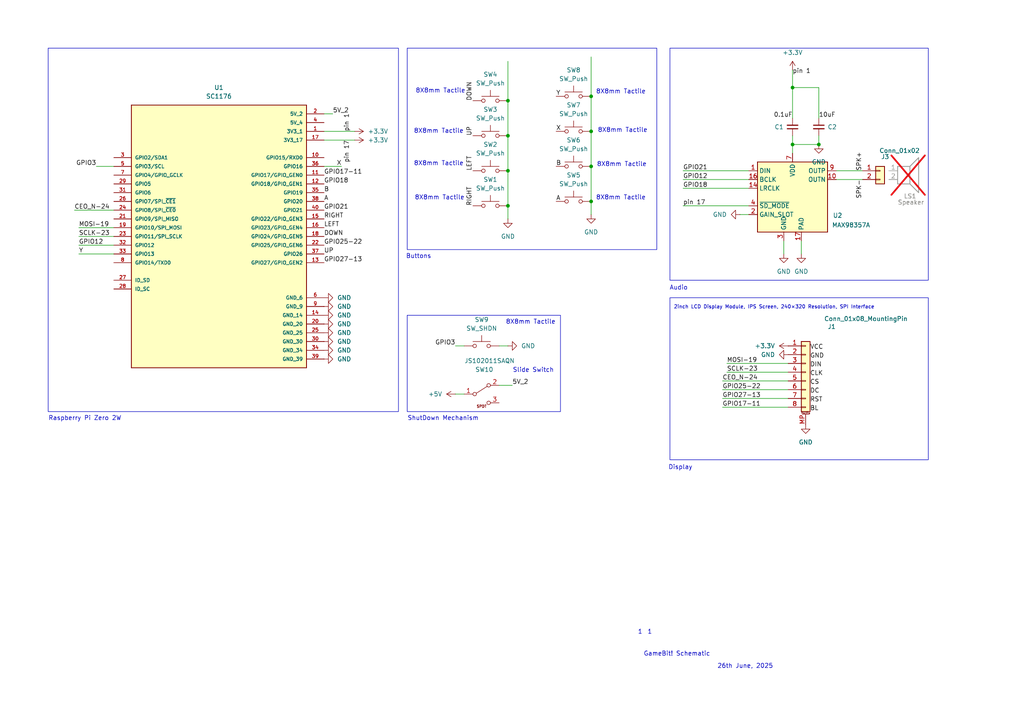
<source format=kicad_sch>
(kicad_sch
	(version 20250114)
	(generator "eeschema")
	(generator_version "9.0")
	(uuid "94a5eab7-0e24-40ab-8049-e42c3e964923")
	(paper "A4")
	(lib_symbols
		(symbol "Audio:MAX98357A"
			(exclude_from_sim no)
			(in_bom yes)
			(on_board yes)
			(property "Reference" "U"
				(at -8.89 11.43 0)
				(effects
					(font
						(size 1.27 1.27)
					)
				)
			)
			(property "Value" "MAX98357A"
				(at 10.16 11.43 0)
				(effects
					(font
						(size 1.27 1.27)
					)
				)
			)
			(property "Footprint" "Package_DFN_QFN:TQFN-16-1EP_3x3mm_P0.5mm_EP1.23x1.23mm"
				(at -1.27 -2.54 0)
				(effects
					(font
						(size 1.27 1.27)
					)
					(hide yes)
				)
			)
			(property "Datasheet" "https://www.analog.com/media/en/technical-documentation/data-sheets/MAX98357A-MAX98357B.pdf"
				(at 0 -2.54 0)
				(effects
					(font
						(size 1.27 1.27)
					)
					(hide yes)
				)
			)
			(property "Description" "Mono DAC with amplifier, I2S, PCM, TDM, 32-bit, 96khz, 3.2W, TQFP-16"
				(at 0 0 0)
				(effects
					(font
						(size 1.27 1.27)
					)
					(hide yes)
				)
			)
			(property "ki_keywords" "pcm tdm i2s left-justified amplifier audio dac"
				(at 0 0 0)
				(effects
					(font
						(size 1.27 1.27)
					)
					(hide yes)
				)
			)
			(property "ki_fp_filters" "TQFN*3x3mm*P0.5mm*EP1.23x1.23mm*"
				(at 0 0 0)
				(effects
					(font
						(size 1.27 1.27)
					)
					(hide yes)
				)
			)
			(symbol "MAX98357A_1_1"
				(rectangle
					(start -10.16 10.16)
					(end 10.16 -10.16)
					(stroke
						(width 0.254)
						(type default)
					)
					(fill
						(type background)
					)
				)
				(pin input line
					(at -12.7 7.62 0)
					(length 2.54)
					(name "DIN"
						(effects
							(font
								(size 1.27 1.27)
							)
						)
					)
					(number "1"
						(effects
							(font
								(size 1.27 1.27)
							)
						)
					)
				)
				(pin input line
					(at -12.7 5.08 0)
					(length 2.54)
					(name "BCLK"
						(effects
							(font
								(size 1.27 1.27)
							)
						)
					)
					(number "16"
						(effects
							(font
								(size 1.27 1.27)
							)
						)
					)
				)
				(pin input line
					(at -12.7 2.54 0)
					(length 2.54)
					(name "LRCLK"
						(effects
							(font
								(size 1.27 1.27)
							)
						)
					)
					(number "14"
						(effects
							(font
								(size 1.27 1.27)
							)
						)
					)
				)
				(pin input line
					(at -12.7 -2.54 0)
					(length 2.54)
					(name "~{SD_MODE}"
						(effects
							(font
								(size 1.27 1.27)
							)
						)
					)
					(number "4"
						(effects
							(font
								(size 1.27 1.27)
							)
						)
					)
				)
				(pin passive line
					(at -12.7 -5.08 0)
					(length 2.54)
					(name "GAIN_SLOT"
						(effects
							(font
								(size 1.27 1.27)
							)
						)
					)
					(number "2"
						(effects
							(font
								(size 1.27 1.27)
							)
						)
					)
				)
				(pin passive line
					(at -2.54 -12.7 90)
					(length 2.54)
					(hide yes)
					(name "GND"
						(effects
							(font
								(size 1.27 1.27)
							)
						)
					)
					(number "11"
						(effects
							(font
								(size 1.27 1.27)
							)
						)
					)
				)
				(pin passive line
					(at -2.54 -12.7 90)
					(length 2.54)
					(hide yes)
					(name "GND"
						(effects
							(font
								(size 1.27 1.27)
							)
						)
					)
					(number "15"
						(effects
							(font
								(size 1.27 1.27)
							)
						)
					)
				)
				(pin power_in line
					(at -2.54 -12.7 90)
					(length 2.54)
					(name "GND"
						(effects
							(font
								(size 1.27 1.27)
							)
						)
					)
					(number "3"
						(effects
							(font
								(size 1.27 1.27)
							)
						)
					)
				)
				(pin power_in line
					(at 0 12.7 270)
					(length 2.54)
					(name "VDD"
						(effects
							(font
								(size 1.27 1.27)
							)
						)
					)
					(number "7"
						(effects
							(font
								(size 1.27 1.27)
							)
						)
					)
				)
				(pin passive line
					(at 0 12.7 270)
					(length 2.54)
					(hide yes)
					(name "VDD"
						(effects
							(font
								(size 1.27 1.27)
							)
						)
					)
					(number "8"
						(effects
							(font
								(size 1.27 1.27)
							)
						)
					)
				)
				(pin unspecified line
					(at 2.54 -12.7 90)
					(length 2.54)
					(name "PAD"
						(effects
							(font
								(size 1.27 1.27)
							)
						)
					)
					(number "17"
						(effects
							(font
								(size 1.27 1.27)
							)
						)
					)
				)
				(pin no_connect line
					(at 10.16 2.54 180)
					(length 2.54)
					(hide yes)
					(name "NC"
						(effects
							(font
								(size 1.27 1.27)
							)
						)
					)
					(number "5"
						(effects
							(font
								(size 1.27 1.27)
							)
						)
					)
				)
				(pin no_connect line
					(at 10.16 0 180)
					(length 2.54)
					(hide yes)
					(name "NC"
						(effects
							(font
								(size 1.27 1.27)
							)
						)
					)
					(number "6"
						(effects
							(font
								(size 1.27 1.27)
							)
						)
					)
				)
				(pin no_connect line
					(at 10.16 -5.08 180)
					(length 2.54)
					(hide yes)
					(name "NC"
						(effects
							(font
								(size 1.27 1.27)
							)
						)
					)
					(number "12"
						(effects
							(font
								(size 1.27 1.27)
							)
						)
					)
				)
				(pin no_connect line
					(at 10.16 -7.62 180)
					(length 2.54)
					(hide yes)
					(name "NC"
						(effects
							(font
								(size 1.27 1.27)
							)
						)
					)
					(number "13"
						(effects
							(font
								(size 1.27 1.27)
							)
						)
					)
				)
				(pin output line
					(at 12.7 7.62 180)
					(length 2.54)
					(name "OUTP"
						(effects
							(font
								(size 1.27 1.27)
							)
						)
					)
					(number "9"
						(effects
							(font
								(size 1.27 1.27)
							)
						)
					)
				)
				(pin output line
					(at 12.7 5.08 180)
					(length 2.54)
					(name "OUTN"
						(effects
							(font
								(size 1.27 1.27)
							)
						)
					)
					(number "10"
						(effects
							(font
								(size 1.27 1.27)
							)
						)
					)
				)
			)
			(embedded_fonts no)
		)
		(symbol "Connector_Generic:Conn_01x02"
			(pin_names
				(offset 1.016)
				(hide yes)
			)
			(exclude_from_sim no)
			(in_bom yes)
			(on_board yes)
			(property "Reference" "J3"
				(at 2.54 0.0001 0)
				(effects
					(font
						(size 1.27 1.27)
					)
					(justify left)
				)
			)
			(property "Value" "Conn_01x02"
				(at 2.54 -2.5399 0)
				(effects
					(font
						(size 1.27 1.27)
					)
					(justify left)
				)
			)
			(property "Footprint" ""
				(at 0 0 0)
				(effects
					(font
						(size 1.27 1.27)
					)
					(hide yes)
				)
			)
			(property "Datasheet" "~"
				(at 0 0 0)
				(effects
					(font
						(size 1.27 1.27)
					)
					(hide yes)
				)
			)
			(property "Description" "Generic connector, single row, 01x02, script generated (kicad-library-utils/schlib/autogen/connector/)"
				(at 15.494 4.318 0)
				(effects
					(font
						(size 1.27 1.27)
					)
					(hide yes)
				)
			)
			(property "ki_keywords" "connector"
				(at 0 0 0)
				(effects
					(font
						(size 1.27 1.27)
					)
					(hide yes)
				)
			)
			(property "ki_fp_filters" "Connector*:*_1x??_*"
				(at 0 0 0)
				(effects
					(font
						(size 1.27 1.27)
					)
					(hide yes)
				)
			)
			(symbol "Conn_01x02_1_1"
				(rectangle
					(start -1.27 1.27)
					(end 1.27 -3.81)
					(stroke
						(width 0.254)
						(type default)
					)
					(fill
						(type background)
					)
				)
				(rectangle
					(start -1.27 0.127)
					(end 0 -0.127)
					(stroke
						(width 0.1524)
						(type default)
					)
					(fill
						(type none)
					)
				)
				(rectangle
					(start -1.27 -2.413)
					(end 0 -2.667)
					(stroke
						(width 0.1524)
						(type default)
					)
					(fill
						(type none)
					)
				)
				(pin passive line
					(at -5.08 0 0)
					(length 3.81)
					(name "SPK+"
						(effects
							(font
								(size 1.27 1.27)
							)
						)
					)
					(number "1"
						(effects
							(font
								(size 1.27 1.27)
							)
						)
					)
				)
				(pin passive line
					(at -5.08 -2.54 0)
					(length 3.81)
					(name "SPK-"
						(effects
							(font
								(size 1.27 1.27)
							)
						)
					)
					(number "2"
						(effects
							(font
								(size 1.27 1.27)
							)
						)
					)
				)
			)
			(embedded_fonts no)
		)
		(symbol "Connector_Generic_MountingPin:Conn_01x08_MountingPin"
			(pin_names
				(offset 1.016)
				(hide yes)
			)
			(exclude_from_sim no)
			(in_bom yes)
			(on_board yes)
			(property "Reference" "J"
				(at 0 10.16 0)
				(effects
					(font
						(size 1.27 1.27)
					)
				)
			)
			(property "Value" "Conn_01x08_MountingPin"
				(at 1.27 -12.7 0)
				(effects
					(font
						(size 1.27 1.27)
					)
					(justify left)
				)
			)
			(property "Footprint" ""
				(at 0 0 0)
				(effects
					(font
						(size 1.27 1.27)
					)
					(hide yes)
				)
			)
			(property "Datasheet" "~"
				(at 0 0 0)
				(effects
					(font
						(size 1.27 1.27)
					)
					(hide yes)
				)
			)
			(property "Description" "Generic connectable mounting pin connector, single row, 01x08, script generated (kicad-library-utils/schlib/autogen/connector/)"
				(at 0 0 0)
				(effects
					(font
						(size 1.27 1.27)
					)
					(hide yes)
				)
			)
			(property "ki_keywords" "connector"
				(at 0 0 0)
				(effects
					(font
						(size 1.27 1.27)
					)
					(hide yes)
				)
			)
			(property "ki_fp_filters" "Connector*:*_1x??-1MP*"
				(at 0 0 0)
				(effects
					(font
						(size 1.27 1.27)
					)
					(hide yes)
				)
			)
			(symbol "Conn_01x08_MountingPin_1_1"
				(rectangle
					(start -1.27 8.89)
					(end 1.27 -11.43)
					(stroke
						(width 0.254)
						(type default)
					)
					(fill
						(type background)
					)
				)
				(rectangle
					(start -1.27 7.747)
					(end 0 7.493)
					(stroke
						(width 0.1524)
						(type default)
					)
					(fill
						(type none)
					)
				)
				(rectangle
					(start -1.27 5.207)
					(end 0 4.953)
					(stroke
						(width 0.1524)
						(type default)
					)
					(fill
						(type none)
					)
				)
				(rectangle
					(start -1.27 2.667)
					(end 0 2.413)
					(stroke
						(width 0.1524)
						(type default)
					)
					(fill
						(type none)
					)
				)
				(rectangle
					(start -1.27 0.127)
					(end 0 -0.127)
					(stroke
						(width 0.1524)
						(type default)
					)
					(fill
						(type none)
					)
				)
				(rectangle
					(start -1.27 -2.413)
					(end 0 -2.667)
					(stroke
						(width 0.1524)
						(type default)
					)
					(fill
						(type none)
					)
				)
				(rectangle
					(start -1.27 -4.953)
					(end 0 -5.207)
					(stroke
						(width 0.1524)
						(type default)
					)
					(fill
						(type none)
					)
				)
				(rectangle
					(start -1.27 -7.493)
					(end 0 -7.747)
					(stroke
						(width 0.1524)
						(type default)
					)
					(fill
						(type none)
					)
				)
				(rectangle
					(start -1.27 -10.033)
					(end 0 -10.287)
					(stroke
						(width 0.1524)
						(type default)
					)
					(fill
						(type none)
					)
				)
				(polyline
					(pts
						(xy -1.016 -12.192) (xy 1.016 -12.192)
					)
					(stroke
						(width 0.1524)
						(type default)
					)
					(fill
						(type none)
					)
				)
				(text "Mounting"
					(at 0 -11.811 0)
					(effects
						(font
							(size 0.381 0.381)
						)
					)
				)
				(pin passive line
					(at -5.08 7.62 0)
					(length 3.81)
					(name "Pin_1"
						(effects
							(font
								(size 1.27 1.27)
							)
						)
					)
					(number "1"
						(effects
							(font
								(size 1.27 1.27)
							)
						)
					)
				)
				(pin passive line
					(at -5.08 5.08 0)
					(length 3.81)
					(name "Pin_2"
						(effects
							(font
								(size 1.27 1.27)
							)
						)
					)
					(number "2"
						(effects
							(font
								(size 1.27 1.27)
							)
						)
					)
				)
				(pin passive line
					(at -5.08 2.54 0)
					(length 3.81)
					(name "Pin_3"
						(effects
							(font
								(size 1.27 1.27)
							)
						)
					)
					(number "3"
						(effects
							(font
								(size 1.27 1.27)
							)
						)
					)
				)
				(pin passive line
					(at -5.08 0 0)
					(length 3.81)
					(name "Pin_4"
						(effects
							(font
								(size 1.27 1.27)
							)
						)
					)
					(number "4"
						(effects
							(font
								(size 1.27 1.27)
							)
						)
					)
				)
				(pin passive line
					(at -5.08 -2.54 0)
					(length 3.81)
					(name "Pin_5"
						(effects
							(font
								(size 1.27 1.27)
							)
						)
					)
					(number "5"
						(effects
							(font
								(size 1.27 1.27)
							)
						)
					)
				)
				(pin passive line
					(at -5.08 -5.08 0)
					(length 3.81)
					(name "Pin_6"
						(effects
							(font
								(size 1.27 1.27)
							)
						)
					)
					(number "6"
						(effects
							(font
								(size 1.27 1.27)
							)
						)
					)
				)
				(pin passive line
					(at -5.08 -7.62 0)
					(length 3.81)
					(name "Pin_7"
						(effects
							(font
								(size 1.27 1.27)
							)
						)
					)
					(number "7"
						(effects
							(font
								(size 1.27 1.27)
							)
						)
					)
				)
				(pin passive line
					(at -5.08 -10.16 0)
					(length 3.81)
					(name "Pin_8"
						(effects
							(font
								(size 1.27 1.27)
							)
						)
					)
					(number "8"
						(effects
							(font
								(size 1.27 1.27)
							)
						)
					)
				)
				(pin passive line
					(at 0 -15.24 90)
					(length 3.048)
					(name "MountPin"
						(effects
							(font
								(size 1.27 1.27)
							)
						)
					)
					(number "MP"
						(effects
							(font
								(size 1.27 1.27)
							)
						)
					)
				)
			)
			(embedded_fonts no)
		)
		(symbol "Device:C_Small"
			(pin_numbers
				(hide yes)
			)
			(pin_names
				(offset 0.254)
				(hide yes)
			)
			(exclude_from_sim no)
			(in_bom yes)
			(on_board yes)
			(property "Reference" "C"
				(at 0.254 1.778 0)
				(effects
					(font
						(size 1.27 1.27)
					)
					(justify left)
				)
			)
			(property "Value" "C_Small"
				(at 0.254 -2.032 0)
				(effects
					(font
						(size 1.27 1.27)
					)
					(justify left)
				)
			)
			(property "Footprint" ""
				(at 0 0 0)
				(effects
					(font
						(size 1.27 1.27)
					)
					(hide yes)
				)
			)
			(property "Datasheet" "~"
				(at 0 0 0)
				(effects
					(font
						(size 1.27 1.27)
					)
					(hide yes)
				)
			)
			(property "Description" "Unpolarized capacitor, small symbol"
				(at 0 0 0)
				(effects
					(font
						(size 1.27 1.27)
					)
					(hide yes)
				)
			)
			(property "ki_keywords" "capacitor cap"
				(at 0 0 0)
				(effects
					(font
						(size 1.27 1.27)
					)
					(hide yes)
				)
			)
			(property "ki_fp_filters" "C_*"
				(at 0 0 0)
				(effects
					(font
						(size 1.27 1.27)
					)
					(hide yes)
				)
			)
			(symbol "C_Small_0_1"
				(polyline
					(pts
						(xy -1.524 0.508) (xy 1.524 0.508)
					)
					(stroke
						(width 0.3048)
						(type default)
					)
					(fill
						(type none)
					)
				)
				(polyline
					(pts
						(xy -1.524 -0.508) (xy 1.524 -0.508)
					)
					(stroke
						(width 0.3302)
						(type default)
					)
					(fill
						(type none)
					)
				)
			)
			(symbol "C_Small_1_1"
				(pin passive line
					(at 0 2.54 270)
					(length 2.032)
					(name "~"
						(effects
							(font
								(size 1.27 1.27)
							)
						)
					)
					(number "1"
						(effects
							(font
								(size 1.27 1.27)
							)
						)
					)
				)
				(pin passive line
					(at 0 -2.54 90)
					(length 2.032)
					(name "~"
						(effects
							(font
								(size 1.27 1.27)
							)
						)
					)
					(number "2"
						(effects
							(font
								(size 1.27 1.27)
							)
						)
					)
				)
			)
			(embedded_fonts no)
		)
		(symbol "Device:Speaker"
			(pin_names
				(offset 0)
				(hide yes)
			)
			(exclude_from_sim no)
			(in_bom yes)
			(on_board yes)
			(property "Reference" "LS"
				(at 1.27 5.715 0)
				(effects
					(font
						(size 1.27 1.27)
					)
					(justify right)
				)
			)
			(property "Value" "Speaker"
				(at 1.27 3.81 0)
				(effects
					(font
						(size 1.27 1.27)
					)
					(justify right)
				)
			)
			(property "Footprint" ""
				(at 0 -5.08 0)
				(effects
					(font
						(size 1.27 1.27)
					)
					(hide yes)
				)
			)
			(property "Datasheet" "~"
				(at -0.254 -1.27 0)
				(effects
					(font
						(size 1.27 1.27)
					)
					(hide yes)
				)
			)
			(property "Description" "Speaker"
				(at 0 0 0)
				(effects
					(font
						(size 1.27 1.27)
					)
					(hide yes)
				)
			)
			(property "ki_keywords" "speaker sound"
				(at 0 0 0)
				(effects
					(font
						(size 1.27 1.27)
					)
					(hide yes)
				)
			)
			(symbol "Speaker_0_0"
				(rectangle
					(start -2.54 1.27)
					(end 1.016 -3.81)
					(stroke
						(width 0.254)
						(type default)
					)
					(fill
						(type none)
					)
				)
				(polyline
					(pts
						(xy 1.016 1.27) (xy 3.556 3.81) (xy 3.556 -6.35) (xy 1.016 -3.81)
					)
					(stroke
						(width 0.254)
						(type default)
					)
					(fill
						(type none)
					)
				)
			)
			(symbol "Speaker_1_1"
				(pin input line
					(at -5.08 0 0)
					(length 2.54)
					(name "1"
						(effects
							(font
								(size 1.27 1.27)
							)
						)
					)
					(number "1"
						(effects
							(font
								(size 1.27 1.27)
							)
						)
					)
				)
				(pin input line
					(at -5.08 -2.54 0)
					(length 2.54)
					(name "2"
						(effects
							(font
								(size 1.27 1.27)
							)
						)
					)
					(number "2"
						(effects
							(font
								(size 1.27 1.27)
							)
						)
					)
				)
			)
			(embedded_fonts no)
		)
		(symbol "Switch:SW_Push"
			(pin_numbers
				(hide yes)
			)
			(pin_names
				(offset 1.016)
				(hide yes)
			)
			(exclude_from_sim no)
			(in_bom yes)
			(on_board yes)
			(property "Reference" "SW"
				(at 1.27 2.54 0)
				(effects
					(font
						(size 1.27 1.27)
					)
					(justify left)
				)
			)
			(property "Value" "SW_Push"
				(at 0 -1.524 0)
				(effects
					(font
						(size 1.27 1.27)
					)
				)
			)
			(property "Footprint" ""
				(at 0 5.08 0)
				(effects
					(font
						(size 1.27 1.27)
					)
					(hide yes)
				)
			)
			(property "Datasheet" "~"
				(at 0 5.08 0)
				(effects
					(font
						(size 1.27 1.27)
					)
					(hide yes)
				)
			)
			(property "Description" "Push button switch, generic, two pins"
				(at 0 0 0)
				(effects
					(font
						(size 1.27 1.27)
					)
					(hide yes)
				)
			)
			(property "ki_keywords" "switch normally-open pushbutton push-button"
				(at 0 0 0)
				(effects
					(font
						(size 1.27 1.27)
					)
					(hide yes)
				)
			)
			(symbol "SW_Push_0_1"
				(circle
					(center -2.032 0)
					(radius 0.508)
					(stroke
						(width 0)
						(type default)
					)
					(fill
						(type none)
					)
				)
				(polyline
					(pts
						(xy 0 1.27) (xy 0 3.048)
					)
					(stroke
						(width 0)
						(type default)
					)
					(fill
						(type none)
					)
				)
				(circle
					(center 2.032 0)
					(radius 0.508)
					(stroke
						(width 0)
						(type default)
					)
					(fill
						(type none)
					)
				)
				(polyline
					(pts
						(xy 2.54 1.27) (xy -2.54 1.27)
					)
					(stroke
						(width 0)
						(type default)
					)
					(fill
						(type none)
					)
				)
				(pin passive line
					(at -5.08 0 0)
					(length 2.54)
					(name "1"
						(effects
							(font
								(size 1.27 1.27)
							)
						)
					)
					(number "1"
						(effects
							(font
								(size 1.27 1.27)
							)
						)
					)
				)
				(pin passive line
					(at 5.08 0 180)
					(length 2.54)
					(name "2"
						(effects
							(font
								(size 1.27 1.27)
							)
						)
					)
					(number "2"
						(effects
							(font
								(size 1.27 1.27)
							)
						)
					)
				)
			)
			(embedded_fonts no)
		)
		(symbol "on/off:JS102011SAQN"
			(pin_names
				(offset 1.016)
				(hide yes)
			)
			(exclude_from_sim no)
			(in_bom yes)
			(on_board yes)
			(property "Reference" "SW"
				(at 0 4.318 0)
				(effects
					(font
						(size 1.27 1.27)
					)
				)
			)
			(property "Value" "JS102011SAQN"
				(at 0 -4.826 0)
				(effects
					(font
						(size 1.27 1.27)
					)
				)
			)
			(property "Footprint" "Switch:CK_JS102011SAQN"
				(at 0 0 0)
				(effects
					(font
						(size 1.27 1.27)
					)
					(hide yes)
				)
			)
			(property "Datasheet" "~"
				(at 0 0 0)
				(effects
					(font
						(size 1.27 1.27)
					)
					(hide yes)
				)
			)
			(property "Description" "C&K JS102011SAQN SPDT Slide Switch, 300mA 6VDC, Surface Mount, Right Angle"
				(at 0 0 0)
				(effects
					(font
						(size 1.27 1.27)
					)
					(hide yes)
				)
			)
			(property "Manufacturer" "C&K"
				(at 0 0 0)
				(effects
					(font
						(size 1.27 1.27)
					)
					(hide yes)
				)
			)
			(property "MPN" "JS102011SAQN"
				(at 0 0 0)
				(effects
					(font
						(size 1.27 1.27)
					)
					(hide yes)
				)
			)
			(property "LCSC" "C221660"
				(at 0 0 0)
				(effects
					(font
						(size 1.27 1.27)
					)
					(hide yes)
				)
			)
			(property "ki_keywords" "switch slide SPDT"
				(at 0 0 0)
				(effects
					(font
						(size 1.27 1.27)
					)
					(hide yes)
				)
			)
			(symbol "JS102011SAQN_0_0"
				(circle
					(center -2.032 0)
					(radius 0.508)
					(stroke
						(width 0)
						(type default)
					)
					(fill
						(type none)
					)
				)
				(circle
					(center 2.032 2.54)
					(radius 0.508)
					(stroke
						(width 0)
						(type default)
					)
					(fill
						(type none)
					)
				)
				(circle
					(center 2.032 -2.54)
					(radius 0.508)
					(stroke
						(width 0)
						(type default)
					)
					(fill
						(type none)
					)
				)
			)
			(symbol "JS102011SAQN_0_1"
				(polyline
					(pts
						(xy -1.524 0.254) (xy 1.651 2.286)
					)
					(stroke
						(width 0)
						(type default)
					)
					(fill
						(type none)
					)
				)
				(text "SPDT"
					(at 0 -3.556 0)
					(effects
						(font
							(size 0.762 0.762)
						)
					)
				)
			)
			(symbol "JS102011SAQN_1_1"
				(pin passive line
					(at -5.08 0 0)
					(length 2.54)
					(name "COM"
						(effects
							(font
								(size 1.27 1.27)
							)
						)
					)
					(number "1"
						(effects
							(font
								(size 1.27 1.27)
							)
						)
					)
				)
				(pin passive line
					(at 5.08 2.54 180)
					(length 2.54)
					(name "NO"
						(effects
							(font
								(size 1.27 1.27)
							)
						)
					)
					(number "2"
						(effects
							(font
								(size 1.27 1.27)
							)
						)
					)
				)
				(pin passive line
					(at 5.08 -2.54 180)
					(length 2.54)
					(name "NC"
						(effects
							(font
								(size 1.27 1.27)
							)
						)
					)
					(number "3"
						(effects
							(font
								(size 1.27 1.27)
							)
						)
					)
				)
			)
			(embedded_fonts no)
		)
		(symbol "power:+3.3V"
			(power)
			(pin_numbers
				(hide yes)
			)
			(pin_names
				(offset 0)
				(hide yes)
			)
			(exclude_from_sim no)
			(in_bom yes)
			(on_board yes)
			(property "Reference" "#PWR"
				(at 0 -3.81 0)
				(effects
					(font
						(size 1.27 1.27)
					)
					(hide yes)
				)
			)
			(property "Value" "+3.3V"
				(at 0 3.556 0)
				(effects
					(font
						(size 1.27 1.27)
					)
				)
			)
			(property "Footprint" ""
				(at 0 0 0)
				(effects
					(font
						(size 1.27 1.27)
					)
					(hide yes)
				)
			)
			(property "Datasheet" ""
				(at 0 0 0)
				(effects
					(font
						(size 1.27 1.27)
					)
					(hide yes)
				)
			)
			(property "Description" "Power symbol creates a global label with name \"+3.3V\""
				(at 0 0 0)
				(effects
					(font
						(size 1.27 1.27)
					)
					(hide yes)
				)
			)
			(property "ki_keywords" "global power"
				(at 0 0 0)
				(effects
					(font
						(size 1.27 1.27)
					)
					(hide yes)
				)
			)
			(symbol "+3.3V_0_1"
				(polyline
					(pts
						(xy -0.762 1.27) (xy 0 2.54)
					)
					(stroke
						(width 0)
						(type default)
					)
					(fill
						(type none)
					)
				)
				(polyline
					(pts
						(xy 0 2.54) (xy 0.762 1.27)
					)
					(stroke
						(width 0)
						(type default)
					)
					(fill
						(type none)
					)
				)
				(polyline
					(pts
						(xy 0 0) (xy 0 2.54)
					)
					(stroke
						(width 0)
						(type default)
					)
					(fill
						(type none)
					)
				)
			)
			(symbol "+3.3V_1_1"
				(pin power_in line
					(at 0 0 90)
					(length 0)
					(name "~"
						(effects
							(font
								(size 1.27 1.27)
							)
						)
					)
					(number "1"
						(effects
							(font
								(size 1.27 1.27)
							)
						)
					)
				)
			)
			(embedded_fonts no)
		)
		(symbol "power:+5V"
			(power)
			(pin_numbers
				(hide yes)
			)
			(pin_names
				(offset 0)
				(hide yes)
			)
			(exclude_from_sim no)
			(in_bom yes)
			(on_board yes)
			(property "Reference" "#PWR"
				(at 0 -3.81 0)
				(effects
					(font
						(size 1.27 1.27)
					)
					(hide yes)
				)
			)
			(property "Value" "+5V"
				(at 0 3.556 0)
				(effects
					(font
						(size 1.27 1.27)
					)
				)
			)
			(property "Footprint" ""
				(at 0 0 0)
				(effects
					(font
						(size 1.27 1.27)
					)
					(hide yes)
				)
			)
			(property "Datasheet" ""
				(at 0 0 0)
				(effects
					(font
						(size 1.27 1.27)
					)
					(hide yes)
				)
			)
			(property "Description" "Power symbol creates a global label with name \"+5V\""
				(at 0 0 0)
				(effects
					(font
						(size 1.27 1.27)
					)
					(hide yes)
				)
			)
			(property "ki_keywords" "global power"
				(at 0 0 0)
				(effects
					(font
						(size 1.27 1.27)
					)
					(hide yes)
				)
			)
			(symbol "+5V_0_1"
				(polyline
					(pts
						(xy -0.762 1.27) (xy 0 2.54)
					)
					(stroke
						(width 0)
						(type default)
					)
					(fill
						(type none)
					)
				)
				(polyline
					(pts
						(xy 0 2.54) (xy 0.762 1.27)
					)
					(stroke
						(width 0)
						(type default)
					)
					(fill
						(type none)
					)
				)
				(polyline
					(pts
						(xy 0 0) (xy 0 2.54)
					)
					(stroke
						(width 0)
						(type default)
					)
					(fill
						(type none)
					)
				)
			)
			(symbol "+5V_1_1"
				(pin power_in line
					(at 0 0 90)
					(length 0)
					(name "~"
						(effects
							(font
								(size 1.27 1.27)
							)
						)
					)
					(number "1"
						(effects
							(font
								(size 1.27 1.27)
							)
						)
					)
				)
			)
			(embedded_fonts no)
		)
		(symbol "power:GND"
			(power)
			(pin_numbers
				(hide yes)
			)
			(pin_names
				(offset 0)
				(hide yes)
			)
			(exclude_from_sim no)
			(in_bom yes)
			(on_board yes)
			(property "Reference" "#PWR"
				(at 0 -6.35 0)
				(effects
					(font
						(size 1.27 1.27)
					)
					(hide yes)
				)
			)
			(property "Value" "GND"
				(at 0 -3.81 0)
				(effects
					(font
						(size 1.27 1.27)
					)
				)
			)
			(property "Footprint" ""
				(at 0 0 0)
				(effects
					(font
						(size 1.27 1.27)
					)
					(hide yes)
				)
			)
			(property "Datasheet" ""
				(at 0 0 0)
				(effects
					(font
						(size 1.27 1.27)
					)
					(hide yes)
				)
			)
			(property "Description" "Power symbol creates a global label with name \"GND\" , ground"
				(at 0 0 0)
				(effects
					(font
						(size 1.27 1.27)
					)
					(hide yes)
				)
			)
			(property "ki_keywords" "global power"
				(at 0 0 0)
				(effects
					(font
						(size 1.27 1.27)
					)
					(hide yes)
				)
			)
			(symbol "GND_0_1"
				(polyline
					(pts
						(xy 0 0) (xy 0 -1.27) (xy 1.27 -1.27) (xy 0 -2.54) (xy -1.27 -1.27) (xy 0 -1.27)
					)
					(stroke
						(width 0)
						(type default)
					)
					(fill
						(type none)
					)
				)
			)
			(symbol "GND_1_1"
				(pin power_in line
					(at 0 0 270)
					(length 0)
					(name "~"
						(effects
							(font
								(size 1.27 1.27)
							)
						)
					)
					(number "1"
						(effects
							(font
								(size 1.27 1.27)
							)
						)
					)
				)
			)
			(embedded_fonts no)
		)
		(symbol "rpi:SC1176"
			(pin_names
				(offset 1.016)
			)
			(exclude_from_sim no)
			(in_bom yes)
			(on_board yes)
			(property "Reference" "U"
				(at -25.42 39.3962 0)
				(effects
					(font
						(size 1.27 1.27)
					)
					(justify left bottom)
				)
			)
			(property "Value" "SC1176"
				(at -25.4191 -40.6687 0)
				(effects
					(font
						(size 1.27 1.27)
					)
					(justify left bottom)
				)
			)
			(property "Footprint" "SC1176:MODULE_SC1176"
				(at 0 0 0)
				(effects
					(font
						(size 1.27 1.27)
					)
					(justify bottom)
					(hide yes)
				)
			)
			(property "Datasheet" ""
				(at 0 0 0)
				(effects
					(font
						(size 1.27 1.27)
					)
					(hide yes)
				)
			)
			(property "Description" ""
				(at 0 0 0)
				(effects
					(font
						(size 1.27 1.27)
					)
					(hide yes)
				)
			)
			(property "DigiKey_Part_Number" "2648-SC1176-ND"
				(at 0 0 0)
				(effects
					(font
						(size 1.27 1.27)
					)
					(justify bottom)
					(hide yes)
				)
			)
			(property "SnapEDA_Link" "https://www.snapeda.com/parts/SC1176/Raspberry+Pi/view-part/?ref=snap"
				(at 0 0 0)
				(effects
					(font
						(size 1.27 1.27)
					)
					(justify bottom)
					(hide yes)
				)
			)
			(property "Description_1" "The Raspberry Pi Zero 2 W SC1176 single board computer features a 1GHz quad-core Broadcom BCM2710A1 Arm Cortex-A53 processor and 512MB of RAM, making it a powerful solution for embedded computing applications. With 40 digital I/O lines and multiple expansion options including Bluetooth 4.2, BLE, HAT GPIO, and LAN, this SBC offers extensive connectivity and flexibility. Its compact size of 2.600 x 1.180 (66.04mm x 29.97mm) makes it ideal for space-constrained projects. Video outputs include Composite and HDMI, and it features a microSD storage interface and a USB 2.0 OTG port."
				(at 0 0 0)
				(effects
					(font
						(size 1.27 1.27)
					)
					(justify bottom)
					(hide yes)
				)
			)
			(property "Package" "None"
				(at 0 0 0)
				(effects
					(font
						(size 1.27 1.27)
					)
					(justify bottom)
					(hide yes)
				)
			)
			(property "Check_prices" "https://www.snapeda.com/parts/SC1176/Raspberry+Pi/view-part/?ref=eda"
				(at 0 0 0)
				(effects
					(font
						(size 1.27 1.27)
					)
					(justify bottom)
					(hide yes)
				)
			)
			(property "STANDARD" "Manufacturer Recommendations"
				(at 0 0 0)
				(effects
					(font
						(size 1.27 1.27)
					)
					(justify bottom)
					(hide yes)
				)
			)
			(property "PARTREV" "April 2024"
				(at 0 0 0)
				(effects
					(font
						(size 1.27 1.27)
					)
					(justify bottom)
					(hide yes)
				)
			)
			(property "MF" "Raspberry Pi"
				(at 0 0 0)
				(effects
					(font
						(size 1.27 1.27)
					)
					(justify bottom)
					(hide yes)
				)
			)
			(property "MP" "SC1176"
				(at 0 0 0)
				(effects
					(font
						(size 1.27 1.27)
					)
					(justify bottom)
					(hide yes)
				)
			)
			(property "MANUFACTURER" "Raspberry Pi"
				(at 0 0 0)
				(effects
					(font
						(size 1.27 1.27)
					)
					(justify bottom)
					(hide yes)
				)
			)
			(symbol "SC1176_0_0"
				(rectangle
					(start -25.4 -38.1)
					(end 25.4 38.1)
					(stroke
						(width 0.254)
						(type default)
					)
					(fill
						(type background)
					)
				)
				(pin bidirectional line
					(at -30.48 22.86 0)
					(length 5.08)
					(name "GPIO2/SDA1"
						(effects
							(font
								(size 1.016 1.016)
							)
						)
					)
					(number "3"
						(effects
							(font
								(size 1.016 1.016)
							)
						)
					)
				)
				(pin bidirectional line
					(at -30.48 20.32 0)
					(length 5.08)
					(name "GPIO3/SCL"
						(effects
							(font
								(size 1.016 1.016)
							)
						)
					)
					(number "5"
						(effects
							(font
								(size 1.016 1.016)
							)
						)
					)
				)
				(pin bidirectional line
					(at -30.48 17.78 0)
					(length 5.08)
					(name "GPIO4/GPIO_GCLK"
						(effects
							(font
								(size 1.016 1.016)
							)
						)
					)
					(number "7"
						(effects
							(font
								(size 1.016 1.016)
							)
						)
					)
				)
				(pin bidirectional line
					(at -30.48 15.24 0)
					(length 5.08)
					(name "GPIO5"
						(effects
							(font
								(size 1.016 1.016)
							)
						)
					)
					(number "29"
						(effects
							(font
								(size 1.016 1.016)
							)
						)
					)
				)
				(pin bidirectional line
					(at -30.48 12.7 0)
					(length 5.08)
					(name "GPIO6"
						(effects
							(font
								(size 1.016 1.016)
							)
						)
					)
					(number "31"
						(effects
							(font
								(size 1.016 1.016)
							)
						)
					)
				)
				(pin bidirectional line
					(at -30.48 10.16 0)
					(length 5.08)
					(name "GPIO7/SPI_~{CE1}"
						(effects
							(font
								(size 1.016 1.016)
							)
						)
					)
					(number "26"
						(effects
							(font
								(size 1.016 1.016)
							)
						)
					)
				)
				(pin bidirectional line
					(at -30.48 7.62 0)
					(length 5.08)
					(name "GPIO8/SPI_~{CE0}"
						(effects
							(font
								(size 1.016 1.016)
							)
						)
					)
					(number "24"
						(effects
							(font
								(size 1.016 1.016)
							)
						)
					)
				)
				(pin bidirectional line
					(at -30.48 5.08 0)
					(length 5.08)
					(name "GPIO9/SPI_MISO"
						(effects
							(font
								(size 1.016 1.016)
							)
						)
					)
					(number "21"
						(effects
							(font
								(size 1.016 1.016)
							)
						)
					)
				)
				(pin bidirectional line
					(at -30.48 2.54 0)
					(length 5.08)
					(name "GPIO10/SPI_MOSI"
						(effects
							(font
								(size 1.016 1.016)
							)
						)
					)
					(number "19"
						(effects
							(font
								(size 1.016 1.016)
							)
						)
					)
				)
				(pin bidirectional line
					(at -30.48 0 0)
					(length 5.08)
					(name "GPIO11/SPI_SCLK"
						(effects
							(font
								(size 1.016 1.016)
							)
						)
					)
					(number "23"
						(effects
							(font
								(size 1.016 1.016)
							)
						)
					)
				)
				(pin bidirectional line
					(at -30.48 -2.54 0)
					(length 5.08)
					(name "GPIO12"
						(effects
							(font
								(size 1.016 1.016)
							)
						)
					)
					(number "32"
						(effects
							(font
								(size 1.016 1.016)
							)
						)
					)
				)
				(pin bidirectional line
					(at -30.48 -5.08 0)
					(length 5.08)
					(name "GPIO13"
						(effects
							(font
								(size 1.016 1.016)
							)
						)
					)
					(number "33"
						(effects
							(font
								(size 1.016 1.016)
							)
						)
					)
				)
				(pin bidirectional line
					(at -30.48 -7.62 0)
					(length 5.08)
					(name "GPIO14/TXD0"
						(effects
							(font
								(size 1.016 1.016)
							)
						)
					)
					(number "8"
						(effects
							(font
								(size 1.016 1.016)
							)
						)
					)
				)
				(pin bidirectional line
					(at -30.48 -12.7 0)
					(length 5.08)
					(name "ID_SD"
						(effects
							(font
								(size 1.016 1.016)
							)
						)
					)
					(number "27"
						(effects
							(font
								(size 1.016 1.016)
							)
						)
					)
				)
				(pin bidirectional line
					(at -30.48 -15.24 0)
					(length 5.08)
					(name "ID_SC"
						(effects
							(font
								(size 1.016 1.016)
							)
						)
					)
					(number "28"
						(effects
							(font
								(size 1.016 1.016)
							)
						)
					)
				)
				(pin power_in line
					(at 30.48 35.56 180)
					(length 5.08)
					(name "5V_2"
						(effects
							(font
								(size 1.016 1.016)
							)
						)
					)
					(number "2"
						(effects
							(font
								(size 1.016 1.016)
							)
						)
					)
				)
				(pin power_in line
					(at 30.48 33.02 180)
					(length 5.08)
					(name "5V_4"
						(effects
							(font
								(size 1.016 1.016)
							)
						)
					)
					(number "4"
						(effects
							(font
								(size 1.016 1.016)
							)
						)
					)
				)
				(pin power_in line
					(at 30.48 30.48 180)
					(length 5.08)
					(name "3V3_1"
						(effects
							(font
								(size 1.016 1.016)
							)
						)
					)
					(number "1"
						(effects
							(font
								(size 1.016 1.016)
							)
						)
					)
				)
				(pin power_in line
					(at 30.48 27.94 180)
					(length 5.08)
					(name "3V3_17"
						(effects
							(font
								(size 1.016 1.016)
							)
						)
					)
					(number "17"
						(effects
							(font
								(size 1.016 1.016)
							)
						)
					)
				)
				(pin bidirectional line
					(at 30.48 22.86 180)
					(length 5.08)
					(name "GPIO15/RXD0"
						(effects
							(font
								(size 1.016 1.016)
							)
						)
					)
					(number "10"
						(effects
							(font
								(size 1.016 1.016)
							)
						)
					)
				)
				(pin bidirectional line
					(at 30.48 20.32 180)
					(length 5.08)
					(name "GPIO16"
						(effects
							(font
								(size 1.016 1.016)
							)
						)
					)
					(number "36"
						(effects
							(font
								(size 1.016 1.016)
							)
						)
					)
				)
				(pin bidirectional line
					(at 30.48 17.78 180)
					(length 5.08)
					(name "GPIO17/GPIO_GEN0"
						(effects
							(font
								(size 1.016 1.016)
							)
						)
					)
					(number "11"
						(effects
							(font
								(size 1.016 1.016)
							)
						)
					)
				)
				(pin bidirectional line
					(at 30.48 15.24 180)
					(length 5.08)
					(name "GPIO18/GPIO_GEN1"
						(effects
							(font
								(size 1.016 1.016)
							)
						)
					)
					(number "12"
						(effects
							(font
								(size 1.016 1.016)
							)
						)
					)
				)
				(pin bidirectional line
					(at 30.48 12.7 180)
					(length 5.08)
					(name "GPIO19"
						(effects
							(font
								(size 1.016 1.016)
							)
						)
					)
					(number "35"
						(effects
							(font
								(size 1.016 1.016)
							)
						)
					)
				)
				(pin bidirectional line
					(at 30.48 10.16 180)
					(length 5.08)
					(name "GPIO20"
						(effects
							(font
								(size 1.016 1.016)
							)
						)
					)
					(number "38"
						(effects
							(font
								(size 1.016 1.016)
							)
						)
					)
				)
				(pin bidirectional line
					(at 30.48 7.62 180)
					(length 5.08)
					(name "GPIO21"
						(effects
							(font
								(size 1.016 1.016)
							)
						)
					)
					(number "40"
						(effects
							(font
								(size 1.016 1.016)
							)
						)
					)
				)
				(pin bidirectional line
					(at 30.48 5.08 180)
					(length 5.08)
					(name "GPIO22/GPIO_GEN3"
						(effects
							(font
								(size 1.016 1.016)
							)
						)
					)
					(number "15"
						(effects
							(font
								(size 1.016 1.016)
							)
						)
					)
				)
				(pin bidirectional line
					(at 30.48 2.54 180)
					(length 5.08)
					(name "GPIO23/GPIO_GEN4"
						(effects
							(font
								(size 1.016 1.016)
							)
						)
					)
					(number "16"
						(effects
							(font
								(size 1.016 1.016)
							)
						)
					)
				)
				(pin bidirectional line
					(at 30.48 0 180)
					(length 5.08)
					(name "GPIO24/GPIO_GEN5"
						(effects
							(font
								(size 1.016 1.016)
							)
						)
					)
					(number "18"
						(effects
							(font
								(size 1.016 1.016)
							)
						)
					)
				)
				(pin bidirectional line
					(at 30.48 -2.54 180)
					(length 5.08)
					(name "GPIO25/GPIO_GEN6"
						(effects
							(font
								(size 1.016 1.016)
							)
						)
					)
					(number "22"
						(effects
							(font
								(size 1.016 1.016)
							)
						)
					)
				)
				(pin bidirectional line
					(at 30.48 -5.08 180)
					(length 5.08)
					(name "GPIO26"
						(effects
							(font
								(size 1.016 1.016)
							)
						)
					)
					(number "37"
						(effects
							(font
								(size 1.016 1.016)
							)
						)
					)
				)
				(pin bidirectional line
					(at 30.48 -7.62 180)
					(length 5.08)
					(name "GPIO27/GPIO_GEN2"
						(effects
							(font
								(size 1.016 1.016)
							)
						)
					)
					(number "13"
						(effects
							(font
								(size 1.016 1.016)
							)
						)
					)
				)
				(pin power_in line
					(at 30.48 -17.78 180)
					(length 5.08)
					(name "GND_6"
						(effects
							(font
								(size 1.016 1.016)
							)
						)
					)
					(number "6"
						(effects
							(font
								(size 1.016 1.016)
							)
						)
					)
				)
				(pin power_in line
					(at 30.48 -20.32 180)
					(length 5.08)
					(name "GND_9"
						(effects
							(font
								(size 1.016 1.016)
							)
						)
					)
					(number "9"
						(effects
							(font
								(size 1.016 1.016)
							)
						)
					)
				)
				(pin power_in line
					(at 30.48 -22.86 180)
					(length 5.08)
					(name "GND_14"
						(effects
							(font
								(size 1.016 1.016)
							)
						)
					)
					(number "14"
						(effects
							(font
								(size 1.016 1.016)
							)
						)
					)
				)
				(pin power_in line
					(at 30.48 -25.4 180)
					(length 5.08)
					(name "GND_20"
						(effects
							(font
								(size 1.016 1.016)
							)
						)
					)
					(number "20"
						(effects
							(font
								(size 1.016 1.016)
							)
						)
					)
				)
				(pin power_in line
					(at 30.48 -27.94 180)
					(length 5.08)
					(name "GND_25"
						(effects
							(font
								(size 1.016 1.016)
							)
						)
					)
					(number "25"
						(effects
							(font
								(size 1.016 1.016)
							)
						)
					)
				)
				(pin power_in line
					(at 30.48 -30.48 180)
					(length 5.08)
					(name "GND_30"
						(effects
							(font
								(size 1.016 1.016)
							)
						)
					)
					(number "30"
						(effects
							(font
								(size 1.016 1.016)
							)
						)
					)
				)
				(pin power_in line
					(at 30.48 -33.02 180)
					(length 5.08)
					(name "GND_34"
						(effects
							(font
								(size 1.016 1.016)
							)
						)
					)
					(number "34"
						(effects
							(font
								(size 1.016 1.016)
							)
						)
					)
				)
				(pin power_in line
					(at 30.48 -35.56 180)
					(length 5.08)
					(name "GND_39"
						(effects
							(font
								(size 1.016 1.016)
							)
						)
					)
					(number "39"
						(effects
							(font
								(size 1.016 1.016)
							)
						)
					)
				)
			)
			(embedded_fonts no)
		)
	)
	(rectangle
		(start 194.31 13.97)
		(end 269.24 81.28)
		(stroke
			(width 0)
			(type default)
		)
		(fill
			(type none)
		)
		(uuid 27b8268b-443f-4873-8866-e7bb10aa76ac)
	)
	(rectangle
		(start 194.31 86.36)
		(end 269.24 133.35)
		(stroke
			(width 0)
			(type default)
		)
		(fill
			(type none)
		)
		(uuid 452c4ca0-ee8c-494d-8df3-2a364a577d14)
	)
	(rectangle
		(start 13.97 13.97)
		(end 115.57 119.38)
		(stroke
			(width 0)
			(type default)
		)
		(fill
			(type none)
		)
		(uuid 4d1bdf16-e8b7-4017-a5cf-df4179facc2b)
	)
	(rectangle
		(start 118.11 91.44)
		(end 162.56 119.38)
		(stroke
			(width 0)
			(type default)
		)
		(fill
			(type none)
		)
		(uuid de920122-92a3-4baa-96ce-cbf5734cfe6d)
	)
	(rectangle
		(start 118.11 13.97)
		(end 190.5 72.39)
		(stroke
			(width 0)
			(type default)
		)
		(fill
			(type none)
		)
		(uuid f36e98a5-fb3b-4999-a747-16ae6d46d536)
	)
	(text "8X8mm Tactile"
		(exclude_from_sim no)
		(at 180.086 26.67 0)
		(effects
			(font
				(size 1.27 1.27)
			)
		)
		(uuid "29eb5929-8803-41e8-90e9-d9e34c373602")
	)
	(text "Audio\n"
		(exclude_from_sim no)
		(at 196.85 83.566 0)
		(effects
			(font
				(size 1.27 1.27)
			)
		)
		(uuid "2df6a8c6-8f6f-4807-bd9c-c6a673be4346")
	)
	(text "2inch LCD Display Module, IPS Screen, 240×320 Resolution, SPI Interface"
		(exclude_from_sim no)
		(at 224.536 89.154 0)
		(effects
			(font
				(size 1.016 1.016)
			)
		)
		(uuid "3d5c67b7-c2c6-4c59-a8ef-68ecfced2105")
	)
	(text "GameBit! Schematic\n"
		(exclude_from_sim no)
		(at 196.342 189.738 0)
		(effects
			(font
				(size 1.27 1.27)
			)
		)
		(uuid "3f03b5ce-5c52-4775-8a4c-84f55e8cd355")
	)
	(text "26th June, 2025\n"
		(exclude_from_sim no)
		(at 216.154 193.294 0)
		(effects
			(font
				(size 1.27 1.27)
			)
		)
		(uuid "43377da3-69b0-4370-b940-b04c23bbedb7")
	)
	(text "8X8mm Tactile"
		(exclude_from_sim no)
		(at 153.924 93.472 0)
		(effects
			(font
				(size 1.27 1.27)
			)
		)
		(uuid "44e344f0-5680-45e7-921d-3e40aeae00a3")
	)
	(text "Slide Switch\n"
		(exclude_from_sim no)
		(at 154.686 107.442 0)
		(effects
			(font
				(size 1.27 1.27)
			)
		)
		(uuid "570b1ee6-acac-486b-8d71-8155aac0d885")
	)
	(text "Raspberry Pi Zero 2W"
		(exclude_from_sim no)
		(at 24.638 121.412 0)
		(effects
			(font
				(size 1.27 1.27)
			)
		)
		(uuid "5a8b0688-369e-44f8-8660-198f459a7b46")
	)
	(text "8X8mm Tactile"
		(exclude_from_sim no)
		(at 127.254 47.498 0)
		(effects
			(font
				(size 1.27 1.27)
			)
		)
		(uuid "60215083-c8db-4dd5-886e-9c49d985824e")
	)
	(text "1\n"
		(exclude_from_sim no)
		(at 188.468 183.388 0)
		(effects
			(font
				(size 1.27 1.27)
			)
		)
		(uuid "6f0406b1-abd4-4190-9928-1ebb4111c354")
	)
	(text "1\n"
		(exclude_from_sim no)
		(at 185.674 183.388 0)
		(effects
			(font
				(size 1.27 1.27)
			)
		)
		(uuid "7b89145c-9301-45f6-bd95-b438b8f44941")
	)
	(text "Display"
		(exclude_from_sim no)
		(at 197.358 135.636 0)
		(effects
			(font
				(size 1.27 1.27)
			)
		)
		(uuid "83b08368-8648-43bc-8638-d378466af3b5")
	)
	(text "8X8mm Tactile"
		(exclude_from_sim no)
		(at 180.594 37.846 0)
		(effects
			(font
				(size 1.27 1.27)
			)
		)
		(uuid "95849161-7a59-4781-91ae-55906ebeacd3")
	)
	(text "Buttons\n"
		(exclude_from_sim no)
		(at 121.412 74.422 0)
		(effects
			(font
				(size 1.27 1.27)
			)
		)
		(uuid "9ac12646-49fa-4232-b8f4-c9450bc4a835")
	)
	(text "8X8mm Tactile"
		(exclude_from_sim no)
		(at 127.762 26.416 0)
		(effects
			(font
				(size 1.27 1.27)
			)
		)
		(uuid "b0dc6da8-feaf-4236-b893-b0c2e2e8b624")
	)
	(text "8X8mm Tactile"
		(exclude_from_sim no)
		(at 127.254 38.1 0)
		(effects
			(font
				(size 1.27 1.27)
			)
		)
		(uuid "d237ead9-0188-4cf0-bc75-2c2c650231df")
	)
	(text "8X8mm Tactile"
		(exclude_from_sim no)
		(at 180.086 57.404 0)
		(effects
			(font
				(size 1.27 1.27)
			)
		)
		(uuid "d4df0e2b-9667-4900-b9a5-6d50fb5aeaa3")
	)
	(text "8X8mm Tactile"
		(exclude_from_sim no)
		(at 180.34 47.752 0)
		(effects
			(font
				(size 1.27 1.27)
			)
		)
		(uuid "d753aa8d-f2b8-4e0e-9f8d-51898d7097df")
	)
	(text "8X8mm Tactile"
		(exclude_from_sim no)
		(at 127.508 57.404 0)
		(effects
			(font
				(size 1.27 1.27)
			)
		)
		(uuid "dc2ce5c4-c5ce-4c8f-8557-45f8ece55635")
	)
	(text "ShutDown Mechanism\n\n"
		(exclude_from_sim no)
		(at 128.524 122.428 0)
		(effects
			(font
				(size 1.27 1.27)
			)
		)
		(uuid "dd5c893d-addd-4997-8226-236341bd186f")
	)
	(junction
		(at 229.87 41.91)
		(diameter 0)
		(color 0 0 0 0)
		(uuid "209637be-1432-4f4f-8fb4-faed556c3b69")
	)
	(junction
		(at 171.45 58.42)
		(diameter 0)
		(color 0 0 0 0)
		(uuid "322251a0-3d96-4af8-8ac5-a5874498c814")
	)
	(junction
		(at 147.32 29.21)
		(diameter 0)
		(color 0 0 0 0)
		(uuid "3ce8d467-646c-4200-981d-253c33d3e315")
	)
	(junction
		(at 147.32 59.69)
		(diameter 0)
		(color 0 0 0 0)
		(uuid "5a1d9760-4d7b-4677-89ad-20983440bdd4")
	)
	(junction
		(at 237.49 41.91)
		(diameter 0)
		(color 0 0 0 0)
		(uuid "646d74f1-daeb-4f98-826e-76b5abb5f6b7")
	)
	(junction
		(at 147.32 49.53)
		(diameter 0)
		(color 0 0 0 0)
		(uuid "7cd43577-275f-424a-8b10-cc2fcd718431")
	)
	(junction
		(at 229.87 25.4)
		(diameter 0)
		(color 0 0 0 0)
		(uuid "82fc4498-e981-4de6-a37c-72ad85a2feb3")
	)
	(junction
		(at 171.45 48.26)
		(diameter 0)
		(color 0 0 0 0)
		(uuid "8c5b9998-7c6a-4ef0-b325-d65a4ef801f1")
	)
	(junction
		(at 171.45 38.1)
		(diameter 0)
		(color 0 0 0 0)
		(uuid "a21f4515-dbf3-4424-9860-2e38dc83e70a")
	)
	(junction
		(at 147.32 39.37)
		(diameter 0)
		(color 0 0 0 0)
		(uuid "ded06d36-8f44-413c-9962-0c46faa9a838")
	)
	(junction
		(at 171.45 27.94)
		(diameter 0)
		(color 0 0 0 0)
		(uuid "ea3806e9-0003-4c2f-83dc-af703f4027da")
	)
	(wire
		(pts
			(xy 171.45 38.1) (xy 171.45 48.26)
		)
		(stroke
			(width 0)
			(type default)
		)
		(uuid "044b9a00-7082-4155-9d88-91bf795d2c48")
	)
	(wire
		(pts
			(xy 147.32 39.37) (xy 147.32 49.53)
		)
		(stroke
			(width 0)
			(type default)
		)
		(uuid "076091f5-8e95-43f4-98d4-4cd5f9120e7d")
	)
	(wire
		(pts
			(xy 147.32 59.69) (xy 147.32 63.5)
		)
		(stroke
			(width 0)
			(type default)
		)
		(uuid "0b9eeb9b-aa72-4e54-960d-cf194d406bb1")
	)
	(wire
		(pts
			(xy 147.32 49.53) (xy 147.32 59.69)
		)
		(stroke
			(width 0)
			(type default)
		)
		(uuid "0bd6b493-20ac-42a8-bb57-0f650b7513b4")
	)
	(wire
		(pts
			(xy 102.87 38.1) (xy 93.98 38.1)
		)
		(stroke
			(width 0)
			(type default)
		)
		(uuid "0d4707d5-32d6-4da7-9de0-15cfa82c8621")
	)
	(wire
		(pts
			(xy 93.98 40.64) (xy 102.87 40.64)
		)
		(stroke
			(width 0)
			(type default)
		)
		(uuid "0f38619a-d009-4527-b9b2-ed4a07a2d7fa")
	)
	(wire
		(pts
			(xy 147.32 29.21) (xy 147.32 39.37)
		)
		(stroke
			(width 0)
			(type default)
		)
		(uuid "0f3a6e26-cfe7-45b5-88a8-72b123ab0b18")
	)
	(wire
		(pts
			(xy 237.49 39.37) (xy 237.49 41.91)
		)
		(stroke
			(width 0)
			(type default)
		)
		(uuid "10e4861a-9f47-411c-9482-386c02543d9c")
	)
	(wire
		(pts
			(xy 237.49 25.4) (xy 237.49 34.29)
		)
		(stroke
			(width 0)
			(type default)
		)
		(uuid "18fdc0b7-0694-4a8b-a490-a62a9376f482")
	)
	(wire
		(pts
			(xy 148.59 111.76) (xy 144.78 111.76)
		)
		(stroke
			(width 0)
			(type default)
		)
		(uuid "19055bcd-d10a-41f3-8ece-db6fde9e95ad")
	)
	(wire
		(pts
			(xy 171.45 27.94) (xy 171.45 38.1)
		)
		(stroke
			(width 0)
			(type default)
		)
		(uuid "2581c4d9-38f1-45ed-a50f-d05d09d595db")
	)
	(wire
		(pts
			(xy 214.63 62.23) (xy 217.17 62.23)
		)
		(stroke
			(width 0)
			(type default)
		)
		(uuid "2a9837b8-9db5-486c-8426-1a02e770734a")
	)
	(wire
		(pts
			(xy 27.94 48.26) (xy 33.02 48.26)
		)
		(stroke
			(width 0)
			(type default)
		)
		(uuid "2d8adfa9-a0a7-43e0-a298-7054aad2b400")
	)
	(wire
		(pts
			(xy 21.59 60.96) (xy 33.02 60.96)
		)
		(stroke
			(width 0)
			(type default)
		)
		(uuid "3259460f-4f72-44bf-a976-e37337e12468")
	)
	(wire
		(pts
			(xy 22.86 68.58) (xy 33.02 68.58)
		)
		(stroke
			(width 0)
			(type default)
		)
		(uuid "360c3e83-9656-4cea-a7dd-b40b1ced3b6b")
	)
	(wire
		(pts
			(xy 198.12 59.69) (xy 217.17 59.69)
		)
		(stroke
			(width 0)
			(type default)
		)
		(uuid "4248deff-90eb-42c0-8fb9-caf1cfd799cd")
	)
	(wire
		(pts
			(xy 171.45 58.42) (xy 171.45 62.23)
		)
		(stroke
			(width 0)
			(type default)
		)
		(uuid "51538802-7b4a-450b-b4ea-56f0b0df9741")
	)
	(wire
		(pts
			(xy 22.86 73.66) (xy 33.02 73.66)
		)
		(stroke
			(width 0)
			(type default)
		)
		(uuid "546ae41d-0738-49c9-aa44-6a81a34a65b9")
	)
	(wire
		(pts
			(xy 147.32 17.78) (xy 147.32 29.21)
		)
		(stroke
			(width 0)
			(type default)
		)
		(uuid "554e0ec8-5c7f-4f78-836f-048ac989577e")
	)
	(wire
		(pts
			(xy 242.57 49.53) (xy 250.19 49.53)
		)
		(stroke
			(width 0)
			(type default)
		)
		(uuid "55bc764d-1f59-4936-841d-7e3e312ebde6")
	)
	(wire
		(pts
			(xy 229.87 39.37) (xy 229.87 41.91)
		)
		(stroke
			(width 0)
			(type default)
		)
		(uuid "55c04b34-d358-4555-8280-12726fea5e26")
	)
	(wire
		(pts
			(xy 22.86 71.12) (xy 33.02 71.12)
		)
		(stroke
			(width 0)
			(type default)
		)
		(uuid "57ca5364-06c9-4c09-97cd-ce7c19a3e2b8")
	)
	(wire
		(pts
			(xy 171.45 16.51) (xy 171.45 27.94)
		)
		(stroke
			(width 0)
			(type default)
		)
		(uuid "5bd6bcb4-e29c-4826-bb5f-8972b241f226")
	)
	(wire
		(pts
			(xy 198.12 49.53) (xy 217.17 49.53)
		)
		(stroke
			(width 0)
			(type default)
		)
		(uuid "62150113-9b13-4e9f-b765-7b7cabb10ccb")
	)
	(wire
		(pts
			(xy 209.55 115.57) (xy 228.6 115.57)
		)
		(stroke
			(width 0)
			(type default)
		)
		(uuid "623c9602-47cf-4f3c-aed6-643e985fdbd8")
	)
	(wire
		(pts
			(xy 198.12 52.07) (xy 217.17 52.07)
		)
		(stroke
			(width 0)
			(type default)
		)
		(uuid "67742e78-7035-4160-9ceb-0984e0572e9d")
	)
	(wire
		(pts
			(xy 99.06 48.26) (xy 93.98 48.26)
		)
		(stroke
			(width 0)
			(type default)
		)
		(uuid "6fcd76dd-7e34-4e20-a4ef-a86f9fb11562")
	)
	(wire
		(pts
			(xy 96.52 33.02) (xy 93.98 33.02)
		)
		(stroke
			(width 0)
			(type default)
		)
		(uuid "75179123-4ac8-4e9e-8505-555758993e3c")
	)
	(wire
		(pts
			(xy 232.41 73.66) (xy 232.41 69.85)
		)
		(stroke
			(width 0)
			(type default)
		)
		(uuid "8238085a-e1e4-4db0-9718-6abe630a3bee")
	)
	(wire
		(pts
			(xy 209.55 118.11) (xy 228.6 118.11)
		)
		(stroke
			(width 0)
			(type default)
		)
		(uuid "87ee030e-2364-4543-bc91-d223f687ed33")
	)
	(wire
		(pts
			(xy 242.57 52.07) (xy 250.19 52.07)
		)
		(stroke
			(width 0)
			(type default)
		)
		(uuid "8bd16db9-91b5-4d82-85e5-40364c3365ce")
	)
	(wire
		(pts
			(xy 229.87 25.4) (xy 229.87 34.29)
		)
		(stroke
			(width 0)
			(type default)
		)
		(uuid "9e30ae81-cfd2-44c5-aa47-2a7ef55ed665")
	)
	(wire
		(pts
			(xy 198.12 54.61) (xy 217.17 54.61)
		)
		(stroke
			(width 0)
			(type default)
		)
		(uuid "aa52bacb-ee0a-425d-adfa-d00c9fda1ac8")
	)
	(wire
		(pts
			(xy 209.55 110.49) (xy 228.6 110.49)
		)
		(stroke
			(width 0)
			(type default)
		)
		(uuid "b2ba4dd5-4e9c-4b15-b188-796e57b3af66")
	)
	(wire
		(pts
			(xy 237.49 41.91) (xy 229.87 41.91)
		)
		(stroke
			(width 0)
			(type default)
		)
		(uuid "b3ca526b-c3e0-445e-a42a-309bff602ced")
	)
	(wire
		(pts
			(xy 132.08 114.3) (xy 134.62 114.3)
		)
		(stroke
			(width 0)
			(type default)
		)
		(uuid "b787b545-c8e6-42fc-bbad-611a3d966ff3")
	)
	(wire
		(pts
			(xy 237.49 25.4) (xy 229.87 25.4)
		)
		(stroke
			(width 0)
			(type default)
		)
		(uuid "c7ab62a2-9b29-4574-9b5d-4a99c75065a5")
	)
	(wire
		(pts
			(xy 132.08 100.33) (xy 134.62 100.33)
		)
		(stroke
			(width 0)
			(type default)
		)
		(uuid "cb128bba-6390-4da1-ade5-448ee6aec61d")
	)
	(wire
		(pts
			(xy 210.82 107.95) (xy 228.6 107.95)
		)
		(stroke
			(width 0)
			(type default)
		)
		(uuid "cd3f78f0-423f-471f-864a-5b630bd9bfe9")
	)
	(wire
		(pts
			(xy 209.55 113.03) (xy 228.6 113.03)
		)
		(stroke
			(width 0)
			(type default)
		)
		(uuid "ce629dcc-de01-4807-a625-0b9dc17fa307")
	)
	(wire
		(pts
			(xy 229.87 20.32) (xy 229.87 25.4)
		)
		(stroke
			(width 0)
			(type default)
		)
		(uuid "dc2481f7-7ce2-4df7-9387-c50eb9106c4c")
	)
	(wire
		(pts
			(xy 22.86 66.04) (xy 33.02 66.04)
		)
		(stroke
			(width 0)
			(type default)
		)
		(uuid "de119b85-91be-49c5-bbac-9f628b37e782")
	)
	(wire
		(pts
			(xy 210.82 105.41) (xy 228.6 105.41)
		)
		(stroke
			(width 0)
			(type default)
		)
		(uuid "e4732e1d-933a-47cb-9179-12a411885466")
	)
	(wire
		(pts
			(xy 171.45 48.26) (xy 171.45 58.42)
		)
		(stroke
			(width 0)
			(type default)
		)
		(uuid "ec17fffd-558d-43d9-9f2e-0cbcc5f52356")
	)
	(wire
		(pts
			(xy 227.33 73.66) (xy 227.33 69.85)
		)
		(stroke
			(width 0)
			(type default)
		)
		(uuid "f4a22245-ab66-46af-bd71-2e9954afc644")
	)
	(wire
		(pts
			(xy 147.32 100.33) (xy 144.78 100.33)
		)
		(stroke
			(width 0)
			(type default)
		)
		(uuid "f83d02a1-a016-48f3-8aaf-d65cc9c82145")
	)
	(wire
		(pts
			(xy 229.87 41.91) (xy 229.87 44.45)
		)
		(stroke
			(width 0)
			(type default)
		)
		(uuid "fa91de2a-fc5e-43af-a795-51bcc03f78f1")
	)
	(label "B"
		(at 161.29 48.26 0)
		(effects
			(font
				(size 1.27 1.27)
			)
			(justify left bottom)
		)
		(uuid "064c3c9c-5692-4754-89ef-be671c0797de")
	)
	(label "GND"
		(at 234.95 104.14 0)
		(effects
			(font
				(size 1.27 1.27)
			)
			(justify left bottom)
		)
		(uuid "0ba1b398-6ca3-4dd4-9851-53ec444883d1")
	)
	(label "RIGHT"
		(at 93.98 63.5 0)
		(effects
			(font
				(size 1.27 1.27)
			)
			(justify left bottom)
		)
		(uuid "0fc28274-1986-48fa-9192-94fbd67cadcc")
	)
	(label "DC"
		(at 234.95 114.3 0)
		(effects
			(font
				(size 1.27 1.27)
			)
			(justify left bottom)
		)
		(uuid "1557c493-6ee1-4a07-9ad5-7cae10caf3c5")
	)
	(label "GPIO25-22"
		(at 93.98 71.12 0)
		(effects
			(font
				(size 1.27 1.27)
			)
			(justify left bottom)
		)
		(uuid "1e3e5aba-fd6f-4709-9bf4-1c067b5e0393")
	)
	(label "RIGHT"
		(at 137.16 59.69 90)
		(effects
			(font
				(size 1.27 1.27)
			)
			(justify left bottom)
		)
		(uuid "2823dc94-147a-4694-ba52-58e59f3ebef6")
	)
	(label "GPIO3"
		(at 27.94 48.26 180)
		(effects
			(font
				(size 1.27 1.27)
			)
			(justify right bottom)
		)
		(uuid "43b1083d-4c92-469b-b398-273a95f5996c")
	)
	(label "SPK-"
		(at 250.19 52.07 270)
		(effects
			(font
				(size 1.27 1.27)
			)
			(justify right bottom)
		)
		(uuid "44c97ce3-d916-4740-8a8c-553bbf1faf5a")
	)
	(label "GPIO27-13"
		(at 93.98 76.2 0)
		(effects
			(font
				(size 1.27 1.27)
			)
			(justify left bottom)
		)
		(uuid "485999b0-842c-411d-b6dc-e3a676df5e56")
	)
	(label "X"
		(at 99.06 48.26 180)
		(effects
			(font
				(size 1.27 1.27)
			)
			(justify right bottom)
		)
		(uuid "4feb1c32-0f33-4d5e-a1bc-46cda8ceefba")
	)
	(label "10uF"
		(at 237.49 34.29 0)
		(effects
			(font
				(size 1.27 1.27)
			)
			(justify left bottom)
		)
		(uuid "53754a1d-943a-4752-9f70-77e2420a97ab")
	)
	(label "A"
		(at 93.98 58.42 0)
		(effects
			(font
				(size 1.27 1.27)
			)
			(justify left bottom)
		)
		(uuid "57c01a76-a845-440c-9aad-2b1e3757a292")
	)
	(label "VCC"
		(at 234.95 101.6 0)
		(effects
			(font
				(size 1.27 1.27)
			)
			(justify left bottom)
		)
		(uuid "5a32caaa-e1cf-4739-8047-eb8254beea82")
	)
	(label "DIN"
		(at 234.95 106.68 0)
		(effects
			(font
				(size 1.27 1.27)
			)
			(justify left bottom)
		)
		(uuid "5f67a920-1dd6-4ca9-9f55-0e29b7704b8a")
	)
	(label "5V_2"
		(at 148.59 111.76 0)
		(effects
			(font
				(size 1.27 1.27)
			)
			(justify left bottom)
		)
		(uuid "615898a1-d788-4fb6-856a-19cd3813383c")
	)
	(label "pin 1"
		(at 101.6 38.1 90)
		(effects
			(font
				(size 1.27 1.27)
			)
			(justify left bottom)
		)
		(uuid "6598c72d-519d-486c-bad1-adcbfd6d9d8f")
	)
	(label "CS"
		(at 234.95 111.76 0)
		(effects
			(font
				(size 1.27 1.27)
			)
			(justify left bottom)
		)
		(uuid "65c32a92-0361-4d3f-99b3-d4830d8ccbbf")
	)
	(label "UP"
		(at 137.16 39.37 90)
		(effects
			(font
				(size 1.27 1.27)
			)
			(justify left bottom)
		)
		(uuid "6b01f4cc-40d5-4d1f-84a5-9c27c83b5313")
	)
	(label "A"
		(at 161.29 58.42 0)
		(effects
			(font
				(size 1.27 1.27)
			)
			(justify left bottom)
		)
		(uuid "6d229a4a-0f86-4596-a998-f9d3c0fc1d15")
	)
	(label "Y"
		(at 22.86 73.66 0)
		(effects
			(font
				(size 1.27 1.27)
			)
			(justify left bottom)
		)
		(uuid "6e330073-f8f9-4628-81fe-7ef145d0adb4")
	)
	(label "GPIO21 "
		(at 93.98 60.96 0)
		(effects
			(font
				(size 1.27 1.27)
			)
			(justify left bottom)
		)
		(uuid "6f31654f-088f-4158-9238-be9487d2f58f")
	)
	(label "CLK"
		(at 234.95 109.22 0)
		(effects
			(font
				(size 1.27 1.27)
			)
			(justify left bottom)
		)
		(uuid "732e7018-86e6-4e0e-848f-6ec8072c31c7")
	)
	(label "UP"
		(at 93.98 73.66 0)
		(effects
			(font
				(size 1.27 1.27)
			)
			(justify left bottom)
		)
		(uuid "7e0496d9-32b7-4110-a8ea-b3713a035245")
	)
	(label "pin 17"
		(at 101.6 40.64 270)
		(effects
			(font
				(size 1.27 1.27)
			)
			(justify right bottom)
		)
		(uuid "823505dc-1c9c-40a4-a645-70d5df969a8c")
	)
	(label "Y"
		(at 161.29 27.94 0)
		(effects
			(font
				(size 1.27 1.27)
			)
			(justify left bottom)
		)
		(uuid "84d05774-bb2a-4571-bf74-49a45fd1d4ad")
	)
	(label "GPIO27-13"
		(at 209.55 115.57 0)
		(effects
			(font
				(size 1.27 1.27)
			)
			(justify left bottom)
		)
		(uuid "8734aec4-4344-40bd-a131-a81d66a73fe4")
	)
	(label "GPIO12"
		(at 198.12 52.07 0)
		(effects
			(font
				(size 1.27 1.27)
			)
			(justify left bottom)
		)
		(uuid "8786b998-3f2c-4f8e-aa7d-72058ec040a2")
	)
	(label "SCLK-23"
		(at 210.82 107.95 0)
		(effects
			(font
				(size 1.27 1.27)
			)
			(justify left bottom)
		)
		(uuid "8a00aec2-9e9d-46a0-a2a2-587b7f0923a9")
	)
	(label "pin 1"
		(at 229.87 21.59 0)
		(effects
			(font
				(size 1.27 1.27)
			)
			(justify left bottom)
		)
		(uuid "8e3ca4ec-3d4a-42a5-8f37-e4246e049a4f")
	)
	(label "DOWN"
		(at 93.98 68.58 0)
		(effects
			(font
				(size 1.27 1.27)
			)
			(justify left bottom)
		)
		(uuid "93024539-0bdf-4805-b357-618fafd583aa")
	)
	(label "LEFT"
		(at 93.98 66.04 0)
		(effects
			(font
				(size 1.27 1.27)
			)
			(justify left bottom)
		)
		(uuid "9694eed9-9a32-4a0d-8c58-86d6395af91f")
	)
	(label "pin 17"
		(at 198.12 59.69 0)
		(effects
			(font
				(size 1.27 1.27)
			)
			(justify left bottom)
		)
		(uuid "96bc7e2c-3690-4a43-bf08-3b68128d3565")
	)
	(label "GPIO25-22"
		(at 209.55 113.03 0)
		(effects
			(font
				(size 1.27 1.27)
			)
			(justify left bottom)
		)
		(uuid "a2cd5079-453b-45b3-b82f-cda5889823bb")
	)
	(label "RST"
		(at 234.95 116.84 0)
		(effects
			(font
				(size 1.27 1.27)
			)
			(justify left bottom)
		)
		(uuid "a6714a4a-0f9f-4358-bb51-4f0aa3c08b68")
	)
	(label "GPIO17-11"
		(at 93.98 50.8 0)
		(effects
			(font
				(size 1.27 1.27)
			)
			(justify left bottom)
		)
		(uuid "a8c444f4-342b-4dbe-bad0-0759745084a7")
	)
	(label "MOSI-19"
		(at 210.82 105.41 0)
		(effects
			(font
				(size 1.27 1.27)
			)
			(justify left bottom)
		)
		(uuid "aca06089-939f-4a87-ac75-261eb1157d9c")
	)
	(label "GPIO12"
		(at 22.86 71.12 0)
		(effects
			(font
				(size 1.27 1.27)
			)
			(justify left bottom)
		)
		(uuid "ae406eb9-c9fd-4ced-b7ec-beb76aa1011b")
	)
	(label "CEO_N-24"
		(at 209.55 110.49 0)
		(effects
			(font
				(size 1.27 1.27)
			)
			(justify left bottom)
		)
		(uuid "b15d02f8-40d1-457d-873f-f710995cbc28")
	)
	(label "B"
		(at 93.98 55.88 0)
		(effects
			(font
				(size 1.27 1.27)
			)
			(justify left bottom)
		)
		(uuid "bb028de1-1680-42bb-8dda-7dc8107e3a50")
	)
	(label "BL"
		(at 234.95 119.38 0)
		(effects
			(font
				(size 1.27 1.27)
			)
			(justify left bottom)
		)
		(uuid "bc39ea07-802c-4447-ae7c-6b0a0e85c7ff")
	)
	(label "SPK+"
		(at 250.19 49.53 90)
		(effects
			(font
				(size 1.27 1.27)
			)
			(justify left bottom)
		)
		(uuid "c10eb683-61f4-4a1e-98b4-83bf4eab6533")
	)
	(label "GPIO17-11"
		(at 209.55 118.11 0)
		(effects
			(font
				(size 1.27 1.27)
			)
			(justify left bottom)
		)
		(uuid "c88f727b-613d-459e-99f8-d9e79051c844")
	)
	(label "SCLK-23"
		(at 22.86 68.58 0)
		(effects
			(font
				(size 1.27 1.27)
			)
			(justify left bottom)
		)
		(uuid "c982e65d-bed8-40b3-b97f-945c3a1fd1ea")
	)
	(label "GPIO3"
		(at 132.08 100.33 180)
		(effects
			(font
				(size 1.27 1.27)
			)
			(justify right bottom)
		)
		(uuid "cf109503-c7ad-4c4f-908d-4fb9c90d5112")
	)
	(label "GPIO21 "
		(at 198.12 49.53 0)
		(effects
			(font
				(size 1.27 1.27)
			)
			(justify left bottom)
		)
		(uuid "d1ab6232-9ca3-4e93-8d6a-55bf9eacf557")
	)
	(label "5V_2"
		(at 96.52 33.02 0)
		(effects
			(font
				(size 1.27 1.27)
			)
			(justify left bottom)
		)
		(uuid "d40c0a1e-debf-42ca-8c62-29594c4f44ec")
	)
	(label "DOWN"
		(at 137.16 29.21 90)
		(effects
			(font
				(size 1.27 1.27)
			)
			(justify left bottom)
		)
		(uuid "d5634106-8540-417b-9d3b-7c37da51309c")
	)
	(label "GPIO18 "
		(at 93.98 53.34 0)
		(effects
			(font
				(size 1.27 1.27)
			)
			(justify left bottom)
		)
		(uuid "d8515bdd-bf1e-41b7-84c2-7d5bc176fe08")
	)
	(label "CEO_N-24"
		(at 21.59 60.96 0)
		(effects
			(font
				(size 1.27 1.27)
			)
			(justify left bottom)
		)
		(uuid "d95c8c27-d663-4bf9-a33a-83fc9e6abead")
	)
	(label "LEFT"
		(at 137.16 49.53 90)
		(effects
			(font
				(size 1.27 1.27)
			)
			(justify left bottom)
		)
		(uuid "de2f6231-1d7a-4547-bf50-d275b611c00a")
	)
	(label "GPIO18 "
		(at 198.12 54.61 0)
		(effects
			(font
				(size 1.27 1.27)
			)
			(justify left bottom)
		)
		(uuid "e1449ea0-95dc-482e-8f4c-5154e0e57787")
	)
	(label "X"
		(at 161.29 38.1 0)
		(effects
			(font
				(size 1.27 1.27)
			)
			(justify left bottom)
		)
		(uuid "e82573ab-2654-4fbf-91ee-2a962d7ce5ff")
	)
	(label "0.1uF"
		(at 229.87 34.29 180)
		(effects
			(font
				(size 1.27 1.27)
			)
			(justify right bottom)
		)
		(uuid "eccc92b7-588b-43de-910e-59d9d0f254fc")
	)
	(label "MOSI-19"
		(at 22.86 66.04 0)
		(effects
			(font
				(size 1.27 1.27)
			)
			(justify left bottom)
		)
		(uuid "f73cb1e3-9e73-4a1b-bce0-a01564f9c86d")
	)
	(symbol
		(lib_id "power:GND")
		(at 228.6 102.87 270)
		(unit 1)
		(exclude_from_sim no)
		(in_bom yes)
		(on_board yes)
		(dnp no)
		(fields_autoplaced yes)
		(uuid "007e8e84-9078-4043-b9c9-76cb5e10d9ea")
		(property "Reference" "#PWR06"
			(at 222.25 102.87 0)
			(effects
				(font
					(size 1.27 1.27)
				)
				(hide yes)
			)
		)
		(property "Value" "GND"
			(at 224.79 102.8699 90)
			(effects
				(font
					(size 1.27 1.27)
				)
				(justify right)
			)
		)
		(property "Footprint" ""
			(at 228.6 102.87 0)
			(effects
				(font
					(size 1.27 1.27)
				)
				(hide yes)
			)
		)
		(property "Datasheet" ""
			(at 228.6 102.87 0)
			(effects
				(font
					(size 1.27 1.27)
				)
				(hide yes)
			)
		)
		(property "Description" "Power symbol creates a global label with name \"GND\" , ground"
			(at 228.6 102.87 0)
			(effects
				(font
					(size 1.27 1.27)
				)
				(hide yes)
			)
		)
		(pin "1"
			(uuid "8be98023-cbf9-4a4f-9226-e5af627cdd68")
		)
		(instances
			(project ""
				(path "/94a5eab7-0e24-40ab-8049-e42c3e964923"
					(reference "#PWR06")
					(unit 1)
				)
			)
		)
	)
	(symbol
		(lib_id "power:GND")
		(at 237.49 41.91 0)
		(unit 1)
		(exclude_from_sim no)
		(in_bom yes)
		(on_board yes)
		(dnp no)
		(fields_autoplaced yes)
		(uuid "01135b65-960a-4dee-8883-fc6e0b6629c0")
		(property "Reference" "#PWR02"
			(at 237.49 48.26 0)
			(effects
				(font
					(size 1.27 1.27)
				)
				(hide yes)
			)
		)
		(property "Value" "GND"
			(at 237.49 46.99 0)
			(effects
				(font
					(size 1.27 1.27)
				)
			)
		)
		(property "Footprint" ""
			(at 237.49 41.91 0)
			(effects
				(font
					(size 1.27 1.27)
				)
				(hide yes)
			)
		)
		(property "Datasheet" ""
			(at 237.49 41.91 0)
			(effects
				(font
					(size 1.27 1.27)
				)
				(hide yes)
			)
		)
		(property "Description" "Power symbol creates a global label with name \"GND\" , ground"
			(at 237.49 41.91 0)
			(effects
				(font
					(size 1.27 1.27)
				)
				(hide yes)
			)
		)
		(pin "1"
			(uuid "a7d97ce9-9423-41c3-a9f2-3b90cdae551c")
		)
		(instances
			(project ""
				(path "/94a5eab7-0e24-40ab-8049-e42c3e964923"
					(reference "#PWR02")
					(unit 1)
				)
			)
		)
	)
	(symbol
		(lib_id "Device:Speaker")
		(at 262.89 49.53 0)
		(unit 1)
		(exclude_from_sim no)
		(in_bom yes)
		(on_board yes)
		(dnp yes)
		(uuid "07ff67cf-9f5a-4a76-8bf0-56a1933cbc2f")
		(property "Reference" "LS1"
			(at 262.128 56.896 0)
			(effects
				(font
					(size 1.27 1.27)
				)
				(justify left)
			)
		)
		(property "Value" "Speaker"
			(at 260.35 58.674 0)
			(effects
				(font
					(size 1.27 1.27)
				)
				(justify left)
			)
		)
		(property "Footprint" ""
			(at 262.89 54.61 0)
			(effects
				(font
					(size 1.27 1.27)
				)
				(hide yes)
			)
		)
		(property "Datasheet" "~"
			(at 262.636 50.8 0)
			(effects
				(font
					(size 1.27 1.27)
				)
				(hide yes)
			)
		)
		(property "Description" "Speaker"
			(at 262.89 49.53 0)
			(effects
				(font
					(size 1.27 1.27)
				)
				(hide yes)
			)
		)
		(pin "2"
			(uuid "c46d446b-9e14-431f-a96e-8fca3c8ee489")
		)
		(pin "1"
			(uuid "24c4fa8b-0d11-438f-ac2b-bb1cd07a69f2")
		)
		(instances
			(project ""
				(path "/94a5eab7-0e24-40ab-8049-e42c3e964923"
					(reference "LS1")
					(unit 1)
				)
			)
		)
	)
	(symbol
		(lib_id "power:GND")
		(at 93.98 96.52 90)
		(unit 1)
		(exclude_from_sim no)
		(in_bom yes)
		(on_board yes)
		(dnp no)
		(fields_autoplaced yes)
		(uuid "0d20d9cb-5de1-4bdc-a23e-fd19861f0545")
		(property "Reference" "#PWR019"
			(at 100.33 96.52 0)
			(effects
				(font
					(size 1.27 1.27)
				)
				(hide yes)
			)
		)
		(property "Value" "GND"
			(at 97.79 96.5199 90)
			(effects
				(font
					(size 1.27 1.27)
				)
				(justify right)
			)
		)
		(property "Footprint" ""
			(at 93.98 96.52 0)
			(effects
				(font
					(size 1.27 1.27)
				)
				(hide yes)
			)
		)
		(property "Datasheet" ""
			(at 93.98 96.52 0)
			(effects
				(font
					(size 1.27 1.27)
				)
				(hide yes)
			)
		)
		(property "Description" "Power symbol creates a global label with name \"GND\" , ground"
			(at 93.98 96.52 0)
			(effects
				(font
					(size 1.27 1.27)
				)
				(hide yes)
			)
		)
		(pin "1"
			(uuid "2ff76021-0bb8-44ba-8a86-462854c1fa72")
		)
		(instances
			(project "pcb_for_leek"
				(path "/94a5eab7-0e24-40ab-8049-e42c3e964923"
					(reference "#PWR019")
					(unit 1)
				)
			)
		)
	)
	(symbol
		(lib_id "Switch:SW_Push")
		(at 139.7 100.33 0)
		(unit 1)
		(exclude_from_sim no)
		(in_bom yes)
		(on_board yes)
		(dnp no)
		(fields_autoplaced yes)
		(uuid "131d8167-f9df-4638-b95e-0f4d0adf3d2b")
		(property "Reference" "SW9"
			(at 139.7 92.71 0)
			(effects
				(font
					(size 1.27 1.27)
				)
			)
		)
		(property "Value" "SW_SHDN"
			(at 139.7 95.25 0)
			(effects
				(font
					(size 1.27 1.27)
				)
			)
		)
		(property "Footprint" "on/off:TSX08131_3.4x3.0_SMT"
			(at 139.7 95.25 0)
			(effects
				(font
					(size 1.27 1.27)
				)
				(hide yes)
			)
		)
		(property "Datasheet" "~"
			(at 139.7 95.25 0)
			(effects
				(font
					(size 1.27 1.27)
				)
				(hide yes)
			)
		)
		(property "Description" "Push button switch, generic, two pins"
			(at 139.7 100.33 0)
			(effects
				(font
					(size 1.27 1.27)
				)
				(hide yes)
			)
		)
		(pin "1"
			(uuid "7759c683-4123-4c99-abfd-aa51f3692638")
		)
		(pin "2"
			(uuid "962775dd-47d2-44e2-9818-e9cbc1ab8848")
		)
		(instances
			(project ""
				(path "/94a5eab7-0e24-40ab-8049-e42c3e964923"
					(reference "SW9")
					(unit 1)
				)
			)
		)
	)
	(symbol
		(lib_id "Switch:SW_Push")
		(at 166.37 38.1 0)
		(unit 1)
		(exclude_from_sim no)
		(in_bom yes)
		(on_board yes)
		(dnp no)
		(fields_autoplaced yes)
		(uuid "13df3adf-eb4b-41d5-985e-8756a06e9164")
		(property "Reference" "SW7"
			(at 166.37 30.48 0)
			(effects
				(font
					(size 1.27 1.27)
				)
			)
		)
		(property "Value" "SW_Push"
			(at 166.37 33.02 0)
			(effects
				(font
					(size 1.27 1.27)
				)
			)
		)
		(property "Footprint" "button8:TSX08131_3.4x3.0_SMT"
			(at 166.37 33.02 0)
			(effects
				(font
					(size 1.27 1.27)
				)
				(hide yes)
			)
		)
		(property "Datasheet" "~"
			(at 166.37 33.02 0)
			(effects
				(font
					(size 1.27 1.27)
				)
				(hide yes)
			)
		)
		(property "Description" "Push button switch, generic, two pins"
			(at 166.37 38.1 0)
			(effects
				(font
					(size 1.27 1.27)
				)
				(hide yes)
			)
		)
		(pin "2"
			(uuid "870c14a4-e571-4eb0-93b0-e022f321fd00")
		)
		(pin "1"
			(uuid "6ff53869-eff9-40b2-8543-fe4daba1e06a")
		)
		(instances
			(project "pcb_for_leek"
				(path "/94a5eab7-0e24-40ab-8049-e42c3e964923"
					(reference "SW7")
					(unit 1)
				)
			)
		)
	)
	(symbol
		(lib_id "power:GND")
		(at 232.41 73.66 0)
		(unit 1)
		(exclude_from_sim no)
		(in_bom yes)
		(on_board yes)
		(dnp no)
		(fields_autoplaced yes)
		(uuid "14a73577-0c4a-486c-8da0-c2a5236c61c7")
		(property "Reference" "#PWR010"
			(at 232.41 80.01 0)
			(effects
				(font
					(size 1.27 1.27)
				)
				(hide yes)
			)
		)
		(property "Value" "GND"
			(at 232.41 78.74 0)
			(effects
				(font
					(size 1.27 1.27)
				)
			)
		)
		(property "Footprint" ""
			(at 232.41 73.66 0)
			(effects
				(font
					(size 1.27 1.27)
				)
				(hide yes)
			)
		)
		(property "Datasheet" ""
			(at 232.41 73.66 0)
			(effects
				(font
					(size 1.27 1.27)
				)
				(hide yes)
			)
		)
		(property "Description" "Power symbol creates a global label with name \"GND\" , ground"
			(at 232.41 73.66 0)
			(effects
				(font
					(size 1.27 1.27)
				)
				(hide yes)
			)
		)
		(pin "1"
			(uuid "b10db7f4-fc46-4ac9-b00a-5c833c7853d3")
		)
		(instances
			(project ""
				(path "/94a5eab7-0e24-40ab-8049-e42c3e964923"
					(reference "#PWR010")
					(unit 1)
				)
			)
		)
	)
	(symbol
		(lib_id "power:GND")
		(at 227.33 73.66 0)
		(unit 1)
		(exclude_from_sim no)
		(in_bom yes)
		(on_board yes)
		(dnp no)
		(fields_autoplaced yes)
		(uuid "2420946a-ce0d-4f3f-bd3c-8306ac9877c5")
		(property "Reference" "#PWR09"
			(at 227.33 80.01 0)
			(effects
				(font
					(size 1.27 1.27)
				)
				(hide yes)
			)
		)
		(property "Value" "GND"
			(at 227.33 78.74 0)
			(effects
				(font
					(size 1.27 1.27)
				)
			)
		)
		(property "Footprint" ""
			(at 227.33 73.66 0)
			(effects
				(font
					(size 1.27 1.27)
				)
				(hide yes)
			)
		)
		(property "Datasheet" ""
			(at 227.33 73.66 0)
			(effects
				(font
					(size 1.27 1.27)
				)
				(hide yes)
			)
		)
		(property "Description" "Power symbol creates a global label with name \"GND\" , ground"
			(at 227.33 73.66 0)
			(effects
				(font
					(size 1.27 1.27)
				)
				(hide yes)
			)
		)
		(pin "1"
			(uuid "363842b0-1bdc-46fc-b613-4ec90e531f22")
		)
		(instances
			(project ""
				(path "/94a5eab7-0e24-40ab-8049-e42c3e964923"
					(reference "#PWR09")
					(unit 1)
				)
			)
		)
	)
	(symbol
		(lib_id "power:+3.3V")
		(at 102.87 40.64 270)
		(unit 1)
		(exclude_from_sim no)
		(in_bom yes)
		(on_board yes)
		(dnp no)
		(fields_autoplaced yes)
		(uuid "30ac6624-0ed1-4cd5-8400-e96dab4d543a")
		(property "Reference" "#PWR012"
			(at 99.06 40.64 0)
			(effects
				(font
					(size 1.27 1.27)
				)
				(hide yes)
			)
		)
		(property "Value" "+3.3V"
			(at 106.68 40.6399 90)
			(effects
				(font
					(size 1.27 1.27)
				)
				(justify left)
			)
		)
		(property "Footprint" ""
			(at 102.87 40.64 0)
			(effects
				(font
					(size 1.27 1.27)
				)
				(hide yes)
			)
		)
		(property "Datasheet" ""
			(at 102.87 40.64 0)
			(effects
				(font
					(size 1.27 1.27)
				)
				(hide yes)
			)
		)
		(property "Description" "Power symbol creates a global label with name \"+3.3V\""
			(at 102.87 40.64 0)
			(effects
				(font
					(size 1.27 1.27)
				)
				(hide yes)
			)
		)
		(pin "1"
			(uuid "c2f7a55a-fa8d-4e4a-8270-d032fd188c24")
		)
		(instances
			(project ""
				(path "/94a5eab7-0e24-40ab-8049-e42c3e964923"
					(reference "#PWR012")
					(unit 1)
				)
			)
		)
	)
	(symbol
		(lib_id "rpi:SC1176")
		(at 63.5 68.58 0)
		(unit 1)
		(exclude_from_sim no)
		(in_bom yes)
		(on_board yes)
		(dnp no)
		(fields_autoplaced yes)
		(uuid "332c82bb-dfc4-4e3f-86a5-43082c3caae4")
		(property "Reference" "U1"
			(at 63.5 25.4 0)
			(effects
				(font
					(size 1.27 1.27)
				)
			)
		)
		(property "Value" "SC1176"
			(at 63.5 27.94 0)
			(effects
				(font
					(size 1.27 1.27)
				)
			)
		)
		(property "Footprint" "rpi:MODULE_SC1176"
			(at 63.5 68.58 0)
			(effects
				(font
					(size 1.27 1.27)
				)
				(justify bottom)
				(hide yes)
			)
		)
		(property "Datasheet" ""
			(at 63.5 68.58 0)
			(effects
				(font
					(size 1.27 1.27)
				)
				(hide yes)
			)
		)
		(property "Description" ""
			(at 63.5 68.58 0)
			(effects
				(font
					(size 1.27 1.27)
				)
				(hide yes)
			)
		)
		(property "DigiKey_Part_Number" "2648-SC1176-ND"
			(at 63.5 68.58 0)
			(effects
				(font
					(size 1.27 1.27)
				)
				(justify bottom)
				(hide yes)
			)
		)
		(property "SnapEDA_Link" "https://www.snapeda.com/parts/SC1176/Raspberry+Pi/view-part/?ref=snap"
			(at 63.5 68.58 0)
			(effects
				(font
					(size 1.27 1.27)
				)
				(justify bottom)
				(hide yes)
			)
		)
		(property "Description_1" "The Raspberry Pi Zero 2 W SC1176 single board computer features a 1GHz quad-core Broadcom BCM2710A1 Arm Cortex-A53 processor and 512MB of RAM, making it a powerful solution for embedded computing applications. With 40 digital I/O lines and multiple expansion options including Bluetooth 4.2, BLE, HAT GPIO, and LAN, this SBC offers extensive connectivity and flexibility. Its compact size of 2.600 x 1.180 (66.04mm x 29.97mm) makes it ideal for space-constrained projects. Video outputs include Composite and HDMI, and it features a microSD storage interface and a USB 2.0 OTG port."
			(at 63.5 68.58 0)
			(effects
				(font
					(size 1.27 1.27)
				)
				(justify bottom)
				(hide yes)
			)
		)
		(property "Package" "None"
			(at 63.5 68.58 0)
			(effects
				(font
					(size 1.27 1.27)
				)
				(justify bottom)
				(hide yes)
			)
		)
		(property "Check_prices" "https://www.snapeda.com/parts/SC1176/Raspberry+Pi/view-part/?ref=eda"
			(at 63.5 68.58 0)
			(effects
				(font
					(size 1.27 1.27)
				)
				(justify bottom)
				(hide yes)
			)
		)
		(property "STANDARD" "Manufacturer Recommendations"
			(at 63.5 68.58 0)
			(effects
				(font
					(size 1.27 1.27)
				)
				(justify bottom)
				(hide yes)
			)
		)
		(property "PARTREV" "April 2024"
			(at 63.5 68.58 0)
			(effects
				(font
					(size 1.27 1.27)
				)
				(justify bottom)
				(hide yes)
			)
		)
		(property "MF" "Raspberry Pi"
			(at 63.5 68.58 0)
			(effects
				(font
					(size 1.27 1.27)
				)
				(justify bottom)
				(hide yes)
			)
		)
		(property "MP" "SC1176"
			(at 63.5 68.58 0)
			(effects
				(font
					(size 1.27 1.27)
				)
				(justify bottom)
				(hide yes)
			)
		)
		(property "MANUFACTURER" "Raspberry Pi"
			(at 63.5 68.58 0)
			(effects
				(font
					(size 1.27 1.27)
				)
				(justify bottom)
				(hide yes)
			)
		)
		(pin "10"
			(uuid "1d6f22e9-4795-4f26-bb46-2baaded1e9f9")
		)
		(pin "11"
			(uuid "0fec80a2-e89a-485d-86c2-a13a1478a7c3")
		)
		(pin "4"
			(uuid "43edffeb-98bc-4534-b2d9-80eb3b257296")
		)
		(pin "32"
			(uuid "a02a4635-b347-415d-b904-1dac24744fa0")
		)
		(pin "17"
			(uuid "9c888f4a-53d2-4d12-ad7c-b3a39d26f296")
		)
		(pin "23"
			(uuid "f2c8ee64-e0cd-4570-8999-3974091fd48d")
		)
		(pin "8"
			(uuid "4b580e1d-ba76-4230-8e9a-0bf6920fe0b2")
		)
		(pin "20"
			(uuid "ee4ff463-2386-4099-baa3-f0fb7403fb31")
		)
		(pin "2"
			(uuid "a3583470-ed5d-4959-9403-b3ff0583d9a5")
		)
		(pin "25"
			(uuid "c8b77055-6a92-4c66-9183-abbc62131638")
		)
		(pin "21"
			(uuid "4872e08d-43ba-45f8-aa65-baeed2d52a19")
		)
		(pin "18"
			(uuid "93083aac-51df-4f3f-80c9-6250fb5eabbf")
		)
		(pin "19"
			(uuid "7c505b95-0e83-432b-95ad-af66f2a58ffb")
		)
		(pin "39"
			(uuid "41551dd9-d07b-4217-86f0-3c6b782d1734")
		)
		(pin "12"
			(uuid "393ca75d-a6fc-48f5-a900-f435463ea3b1")
		)
		(pin "13"
			(uuid "fb86cc2c-2385-49bb-a43a-17e0df1847c6")
		)
		(pin "40"
			(uuid "8d2d15b9-0809-4f16-9d76-60df62fdb0cf")
		)
		(pin "9"
			(uuid "d7d7a3d9-80c5-4978-923d-fddfd7f5423e")
		)
		(pin "7"
			(uuid "f46bed53-be25-4234-89d4-1663cf7b3d94")
		)
		(pin "3"
			(uuid "b4193132-2f8a-437c-b2b8-e15e5019f656")
		)
		(pin "28"
			(uuid "5931b7c6-f188-48ce-8bb2-e1259851e1cb")
		)
		(pin "36"
			(uuid "87fd7c23-f421-43ec-b3c7-7b699490a0c6")
		)
		(pin "29"
			(uuid "9dfe0570-f28c-47d7-9dd2-92c499f7e5f3")
		)
		(pin "35"
			(uuid "619d948e-2b38-4e31-8598-65ce0b94f970")
		)
		(pin "38"
			(uuid "036e4c35-f771-4a73-8a7e-65dc6ef80fdb")
		)
		(pin "16"
			(uuid "35e4bc68-464f-4edd-8748-f190c5c881ea")
		)
		(pin "22"
			(uuid "ea6a453f-074b-41eb-99fd-ee51b8606e07")
		)
		(pin "5"
			(uuid "90605393-d1a2-4c0b-9669-8315d13f485d")
		)
		(pin "30"
			(uuid "89bbb8dd-d6c1-476b-8ca9-24a5ecc9c79d")
		)
		(pin "31"
			(uuid "43da0cb2-8412-4f82-b133-86c71d401bef")
		)
		(pin "6"
			(uuid "3dc16120-b0f4-4514-9747-daca0a9761f3")
		)
		(pin "37"
			(uuid "aa6522bf-f3f9-4a88-868e-c18d2147a95a")
		)
		(pin "1"
			(uuid "d35ea0cf-7e67-4840-8911-35224e880a75")
		)
		(pin "26"
			(uuid "497e37fb-0abe-4191-af4e-be826de3d1e2")
		)
		(pin "33"
			(uuid "04b5c358-c68a-4b0c-815a-abd0492c647c")
		)
		(pin "27"
			(uuid "74a6e461-4fa2-4f87-83a9-85f7e8f44d6c")
		)
		(pin "15"
			(uuid "910d74cd-3d76-40ba-805d-a8d4ea9036d9")
		)
		(pin "24"
			(uuid "a119bbfa-15db-49ca-8114-bc342cc2c598")
		)
		(pin "14"
			(uuid "2fe5ec68-504b-45e0-af38-9e7a2b3705d0")
		)
		(pin "34"
			(uuid "bbed94fd-57ec-497e-b803-42550cc286a8")
		)
		(instances
			(project ""
				(path "/94a5eab7-0e24-40ab-8049-e42c3e964923"
					(reference "U1")
					(unit 1)
				)
			)
		)
	)
	(symbol
		(lib_id "Switch:SW_Push")
		(at 142.24 59.69 0)
		(unit 1)
		(exclude_from_sim no)
		(in_bom yes)
		(on_board yes)
		(dnp no)
		(fields_autoplaced yes)
		(uuid "36c0e357-d0b7-426d-b610-4828a5836c85")
		(property "Reference" "SW1"
			(at 142.24 52.07 0)
			(effects
				(font
					(size 1.27 1.27)
				)
			)
		)
		(property "Value" "SW_Push"
			(at 142.24 54.61 0)
			(effects
				(font
					(size 1.27 1.27)
				)
			)
		)
		(property "Footprint" "button8:TSX08131_3.4x3.0_SMT"
			(at 142.24 54.61 0)
			(effects
				(font
					(size 1.27 1.27)
				)
				(hide yes)
			)
		)
		(property "Datasheet" "~"
			(at 142.24 54.61 0)
			(effects
				(font
					(size 1.27 1.27)
				)
				(hide yes)
			)
		)
		(property "Description" "Push button switch, generic, two pins"
			(at 142.24 59.69 0)
			(effects
				(font
					(size 1.27 1.27)
				)
				(hide yes)
			)
		)
		(pin "1"
			(uuid "de2291ab-fd44-4229-a98a-c0a61912349e")
		)
		(pin "2"
			(uuid "96e3e7d2-4a34-436c-aa3a-f4ffac337e08")
		)
		(instances
			(project ""
				(path "/94a5eab7-0e24-40ab-8049-e42c3e964923"
					(reference "SW1")
					(unit 1)
				)
			)
		)
	)
	(symbol
		(lib_id "power:+3.3V")
		(at 228.6 100.33 90)
		(unit 1)
		(exclude_from_sim no)
		(in_bom yes)
		(on_board yes)
		(dnp no)
		(fields_autoplaced yes)
		(uuid "3a67caca-6dbb-4450-9f5a-359e32e28788")
		(property "Reference" "#PWR05"
			(at 232.41 100.33 0)
			(effects
				(font
					(size 1.27 1.27)
				)
				(hide yes)
			)
		)
		(property "Value" "+3.3V"
			(at 224.79 100.3299 90)
			(effects
				(font
					(size 1.27 1.27)
				)
				(justify left)
			)
		)
		(property "Footprint" ""
			(at 228.6 100.33 0)
			(effects
				(font
					(size 1.27 1.27)
				)
				(hide yes)
			)
		)
		(property "Datasheet" ""
			(at 228.6 100.33 0)
			(effects
				(font
					(size 1.27 1.27)
				)
				(hide yes)
			)
		)
		(property "Description" "Power symbol creates a global label with name \"+3.3V\""
			(at 228.6 100.33 0)
			(effects
				(font
					(size 1.27 1.27)
				)
				(hide yes)
			)
		)
		(pin "1"
			(uuid "ed276eb1-0f29-44fa-ac06-76c4fc956e90")
		)
		(instances
			(project ""
				(path "/94a5eab7-0e24-40ab-8049-e42c3e964923"
					(reference "#PWR05")
					(unit 1)
				)
			)
		)
	)
	(symbol
		(lib_id "Device:C_Small")
		(at 237.49 36.83 0)
		(unit 1)
		(exclude_from_sim no)
		(in_bom yes)
		(on_board yes)
		(dnp no)
		(uuid "47aacc81-27a8-40ce-b638-ca85ebe8da6c")
		(property "Reference" "C2"
			(at 240.03 36.83 0)
			(effects
				(font
					(size 1.27 1.27)
				)
				(justify left)
			)
		)
		(property "Value" "10uF"
			(at 240.03 38.1062 0)
			(effects
				(font
					(size 1.27 1.27)
				)
				(justify left)
				(hide yes)
			)
		)
		(property "Footprint" "cap:C_0805"
			(at 237.49 36.83 0)
			(effects
				(font
					(size 1.27 1.27)
				)
				(hide yes)
			)
		)
		(property "Datasheet" "~"
			(at 237.49 36.83 0)
			(effects
				(font
					(size 1.27 1.27)
				)
				(hide yes)
			)
		)
		(property "Description" "Unpolarized capacitor, small symbol"
			(at 237.49 36.83 0)
			(effects
				(font
					(size 1.27 1.27)
				)
				(hide yes)
			)
		)
		(pin "2"
			(uuid "123d6254-fbf6-4cb6-9c1f-fee80937f740")
		)
		(pin "1"
			(uuid "509b7982-6561-45f7-8357-d4a05bf269ca")
		)
		(instances
			(project "pcb_for_leek"
				(path "/94a5eab7-0e24-40ab-8049-e42c3e964923"
					(reference "C2")
					(unit 1)
				)
			)
		)
	)
	(symbol
		(lib_id "Switch:SW_Push")
		(at 142.24 49.53 0)
		(unit 1)
		(exclude_from_sim no)
		(in_bom yes)
		(on_board yes)
		(dnp no)
		(fields_autoplaced yes)
		(uuid "4b5b0555-9a75-45f3-a828-9ffd11003f6a")
		(property "Reference" "SW2"
			(at 142.24 41.91 0)
			(effects
				(font
					(size 1.27 1.27)
				)
			)
		)
		(property "Value" "SW_Push"
			(at 142.24 44.45 0)
			(effects
				(font
					(size 1.27 1.27)
				)
			)
		)
		(property "Footprint" "button8:TSX08131_3.4x3.0_SMT"
			(at 142.24 44.45 0)
			(effects
				(font
					(size 1.27 1.27)
				)
				(hide yes)
			)
		)
		(property "Datasheet" "~"
			(at 142.24 44.45 0)
			(effects
				(font
					(size 1.27 1.27)
				)
				(hide yes)
			)
		)
		(property "Description" "Push button switch, generic, two pins"
			(at 142.24 49.53 0)
			(effects
				(font
					(size 1.27 1.27)
				)
				(hide yes)
			)
		)
		(pin "2"
			(uuid "d03daae5-5680-4591-8875-56f7c9a95ff8")
		)
		(pin "1"
			(uuid "414ff2bd-bef2-4c73-8e1c-e4dbefd6d0b5")
		)
		(instances
			(project ""
				(path "/94a5eab7-0e24-40ab-8049-e42c3e964923"
					(reference "SW2")
					(unit 1)
				)
			)
		)
	)
	(symbol
		(lib_id "power:GND")
		(at 93.98 99.06 90)
		(unit 1)
		(exclude_from_sim no)
		(in_bom yes)
		(on_board yes)
		(dnp no)
		(fields_autoplaced yes)
		(uuid "504f2408-82a5-4094-9149-07b501f6a010")
		(property "Reference" "#PWR020"
			(at 100.33 99.06 0)
			(effects
				(font
					(size 1.27 1.27)
				)
				(hide yes)
			)
		)
		(property "Value" "GND"
			(at 97.79 99.0599 90)
			(effects
				(font
					(size 1.27 1.27)
				)
				(justify right)
			)
		)
		(property "Footprint" ""
			(at 93.98 99.06 0)
			(effects
				(font
					(size 1.27 1.27)
				)
				(hide yes)
			)
		)
		(property "Datasheet" ""
			(at 93.98 99.06 0)
			(effects
				(font
					(size 1.27 1.27)
				)
				(hide yes)
			)
		)
		(property "Description" "Power symbol creates a global label with name \"GND\" , ground"
			(at 93.98 99.06 0)
			(effects
				(font
					(size 1.27 1.27)
				)
				(hide yes)
			)
		)
		(pin "1"
			(uuid "ad327c8e-214b-4644-963d-aa3e43341aa0")
		)
		(instances
			(project "pcb_for_leek"
				(path "/94a5eab7-0e24-40ab-8049-e42c3e964923"
					(reference "#PWR020")
					(unit 1)
				)
			)
		)
	)
	(symbol
		(lib_id "Switch:SW_Push")
		(at 142.24 39.37 0)
		(unit 1)
		(exclude_from_sim no)
		(in_bom yes)
		(on_board yes)
		(dnp no)
		(fields_autoplaced yes)
		(uuid "50a68dc9-91ba-4d90-b794-d2d36fb89024")
		(property "Reference" "SW3"
			(at 142.24 31.75 0)
			(effects
				(font
					(size 1.27 1.27)
				)
			)
		)
		(property "Value" "SW_Push"
			(at 142.24 34.29 0)
			(effects
				(font
					(size 1.27 1.27)
				)
			)
		)
		(property "Footprint" "button8:TSX08131_3.4x3.0_SMT"
			(at 142.24 34.29 0)
			(effects
				(font
					(size 1.27 1.27)
				)
				(hide yes)
			)
		)
		(property "Datasheet" "~"
			(at 142.24 34.29 0)
			(effects
				(font
					(size 1.27 1.27)
				)
				(hide yes)
			)
		)
		(property "Description" "Push button switch, generic, two pins"
			(at 142.24 39.37 0)
			(effects
				(font
					(size 1.27 1.27)
				)
				(hide yes)
			)
		)
		(pin "2"
			(uuid "dd9fe98b-5eb2-4131-89bf-74096b326682")
		)
		(pin "1"
			(uuid "1c75583e-6b8a-4983-95df-53681e75c4a9")
		)
		(instances
			(project ""
				(path "/94a5eab7-0e24-40ab-8049-e42c3e964923"
					(reference "SW3")
					(unit 1)
				)
			)
		)
	)
	(symbol
		(lib_id "power:GND")
		(at 93.98 101.6 90)
		(unit 1)
		(exclude_from_sim no)
		(in_bom yes)
		(on_board yes)
		(dnp no)
		(fields_autoplaced yes)
		(uuid "50d87712-64b8-4199-9c79-b7f50fd84c6f")
		(property "Reference" "#PWR021"
			(at 100.33 101.6 0)
			(effects
				(font
					(size 1.27 1.27)
				)
				(hide yes)
			)
		)
		(property "Value" "GND"
			(at 97.79 101.5999 90)
			(effects
				(font
					(size 1.27 1.27)
				)
				(justify right)
			)
		)
		(property "Footprint" ""
			(at 93.98 101.6 0)
			(effects
				(font
					(size 1.27 1.27)
				)
				(hide yes)
			)
		)
		(property "Datasheet" ""
			(at 93.98 101.6 0)
			(effects
				(font
					(size 1.27 1.27)
				)
				(hide yes)
			)
		)
		(property "Description" "Power symbol creates a global label with name \"GND\" , ground"
			(at 93.98 101.6 0)
			(effects
				(font
					(size 1.27 1.27)
				)
				(hide yes)
			)
		)
		(pin "1"
			(uuid "84da9bc1-3c36-4444-b3a4-3b09af8f2709")
		)
		(instances
			(project "pcb_for_leek"
				(path "/94a5eab7-0e24-40ab-8049-e42c3e964923"
					(reference "#PWR021")
					(unit 1)
				)
			)
		)
	)
	(symbol
		(lib_id "Switch:SW_Push")
		(at 142.24 29.21 0)
		(unit 1)
		(exclude_from_sim no)
		(in_bom yes)
		(on_board yes)
		(dnp no)
		(fields_autoplaced yes)
		(uuid "53eb700c-5107-4760-b6a4-ce79cd13f502")
		(property "Reference" "SW4"
			(at 142.24 21.59 0)
			(effects
				(font
					(size 1.27 1.27)
				)
			)
		)
		(property "Value" "SW_Push"
			(at 142.24 24.13 0)
			(effects
				(font
					(size 1.27 1.27)
				)
			)
		)
		(property "Footprint" "button8:TSX08131_3.4x3.0_SMT"
			(at 142.24 24.13 0)
			(effects
				(font
					(size 1.27 1.27)
				)
				(hide yes)
			)
		)
		(property "Datasheet" "~"
			(at 142.24 24.13 0)
			(effects
				(font
					(size 1.27 1.27)
				)
				(hide yes)
			)
		)
		(property "Description" "Push button switch, generic, two pins"
			(at 142.24 29.21 0)
			(effects
				(font
					(size 1.27 1.27)
				)
				(hide yes)
			)
		)
		(pin "1"
			(uuid "037bb4bf-78b8-40cc-9b3c-0f26d6ee9b0a")
		)
		(pin "2"
			(uuid "cc4247e0-0aea-47fb-a83f-4bce89cb7703")
		)
		(instances
			(project ""
				(path "/94a5eab7-0e24-40ab-8049-e42c3e964923"
					(reference "SW4")
					(unit 1)
				)
			)
		)
	)
	(symbol
		(lib_id "power:+5V")
		(at 132.08 114.3 90)
		(unit 1)
		(exclude_from_sim no)
		(in_bom yes)
		(on_board yes)
		(dnp no)
		(fields_autoplaced yes)
		(uuid "54ebf785-e491-43dc-9e98-5d8c4e050b34")
		(property "Reference" "#PWR016"
			(at 135.89 114.3 0)
			(effects
				(font
					(size 1.27 1.27)
				)
				(hide yes)
			)
		)
		(property "Value" "+5V"
			(at 128.27 114.2999 90)
			(effects
				(font
					(size 1.27 1.27)
				)
				(justify left)
			)
		)
		(property "Footprint" ""
			(at 132.08 114.3 0)
			(effects
				(font
					(size 1.27 1.27)
				)
				(hide yes)
			)
		)
		(property "Datasheet" ""
			(at 132.08 114.3 0)
			(effects
				(font
					(size 1.27 1.27)
				)
				(hide yes)
			)
		)
		(property "Description" "Power symbol creates a global label with name \"+5V\""
			(at 132.08 114.3 0)
			(effects
				(font
					(size 1.27 1.27)
				)
				(hide yes)
			)
		)
		(pin "1"
			(uuid "545ed0ec-061e-4f5f-8f0c-c5348f0861ba")
		)
		(instances
			(project ""
				(path "/94a5eab7-0e24-40ab-8049-e42c3e964923"
					(reference "#PWR016")
					(unit 1)
				)
			)
		)
	)
	(symbol
		(lib_id "power:GND")
		(at 93.98 104.14 90)
		(unit 1)
		(exclude_from_sim no)
		(in_bom yes)
		(on_board yes)
		(dnp no)
		(fields_autoplaced yes)
		(uuid "567fb2b7-4eef-4159-9581-b334442b56df")
		(property "Reference" "#PWR022"
			(at 100.33 104.14 0)
			(effects
				(font
					(size 1.27 1.27)
				)
				(hide yes)
			)
		)
		(property "Value" "GND"
			(at 97.79 104.1399 90)
			(effects
				(font
					(size 1.27 1.27)
				)
				(justify right)
			)
		)
		(property "Footprint" ""
			(at 93.98 104.14 0)
			(effects
				(font
					(size 1.27 1.27)
				)
				(hide yes)
			)
		)
		(property "Datasheet" ""
			(at 93.98 104.14 0)
			(effects
				(font
					(size 1.27 1.27)
				)
				(hide yes)
			)
		)
		(property "Description" "Power symbol creates a global label with name \"GND\" , ground"
			(at 93.98 104.14 0)
			(effects
				(font
					(size 1.27 1.27)
				)
				(hide yes)
			)
		)
		(pin "1"
			(uuid "42c6ca4d-5835-4fbc-a8a4-ce38943b1d3e")
		)
		(instances
			(project "pcb_for_leek"
				(path "/94a5eab7-0e24-40ab-8049-e42c3e964923"
					(reference "#PWR022")
					(unit 1)
				)
			)
		)
	)
	(symbol
		(lib_id "Switch:SW_Push")
		(at 166.37 27.94 0)
		(unit 1)
		(exclude_from_sim no)
		(in_bom yes)
		(on_board yes)
		(dnp no)
		(fields_autoplaced yes)
		(uuid "5b8494b1-a9c7-4a8f-b8bf-b0ebeca109a8")
		(property "Reference" "SW8"
			(at 166.37 20.32 0)
			(effects
				(font
					(size 1.27 1.27)
				)
			)
		)
		(property "Value" "SW_Push"
			(at 166.37 22.86 0)
			(effects
				(font
					(size 1.27 1.27)
				)
			)
		)
		(property "Footprint" "button8:TSX08131_3.4x3.0_SMT"
			(at 166.37 22.86 0)
			(effects
				(font
					(size 1.27 1.27)
				)
				(hide yes)
			)
		)
		(property "Datasheet" "~"
			(at 166.37 22.86 0)
			(effects
				(font
					(size 1.27 1.27)
				)
				(hide yes)
			)
		)
		(property "Description" "Push button switch, generic, two pins"
			(at 166.37 27.94 0)
			(effects
				(font
					(size 1.27 1.27)
				)
				(hide yes)
			)
		)
		(pin "1"
			(uuid "092e3466-87ea-4f1c-ae5a-523e26b4b5d2")
		)
		(pin "2"
			(uuid "cfed6870-5cca-42c5-b9e1-b8ba38713b5f")
		)
		(instances
			(project "pcb_for_leek"
				(path "/94a5eab7-0e24-40ab-8049-e42c3e964923"
					(reference "SW8")
					(unit 1)
				)
			)
		)
	)
	(symbol
		(lib_id "on/off:JS102011SAQN")
		(at 139.7 114.3 0)
		(unit 1)
		(exclude_from_sim no)
		(in_bom yes)
		(on_board yes)
		(dnp no)
		(uuid "5d8602f1-c823-43b4-9a39-de5fbab696bf")
		(property "Reference" "SW10"
			(at 140.462 107.188 0)
			(effects
				(font
					(size 1.27 1.27)
				)
			)
		)
		(property "Value" "JS102011SAQN"
			(at 141.986 104.648 0)
			(effects
				(font
					(size 1.27 1.27)
				)
			)
		)
		(property "Footprint" "on/off:CK_JS102011SAQN"
			(at 139.7 114.3 0)
			(effects
				(font
					(size 1.27 1.27)
				)
				(hide yes)
			)
		)
		(property "Datasheet" "~"
			(at 139.7 114.3 0)
			(effects
				(font
					(size 1.27 1.27)
				)
				(hide yes)
			)
		)
		(property "Description" "C&K JS102011SAQN SPDT Slide Switch, 300mA 6VDC, Surface Mount, Right Angle"
			(at 139.7 114.3 0)
			(effects
				(font
					(size 1.27 1.27)
				)
				(hide yes)
			)
		)
		(property "Manufacturer" "C&K"
			(at 139.7 114.3 0)
			(effects
				(font
					(size 1.27 1.27)
				)
				(hide yes)
			)
		)
		(property "MPN" "JS102011SAQN"
			(at 139.7 114.3 0)
			(effects
				(font
					(size 1.27 1.27)
				)
				(hide yes)
			)
		)
		(property "LCSC" "C221660"
			(at 139.7 114.3 0)
			(effects
				(font
					(size 1.27 1.27)
				)
				(hide yes)
			)
		)
		(pin "3"
			(uuid "401f86c2-d840-41a5-b422-97c77bce6c14")
		)
		(pin "1"
			(uuid "0d89db73-08e7-4d0f-a4b7-4098adeef0ec")
		)
		(pin "2"
			(uuid "452daf58-bba7-4f21-a9ba-e4707114dcea")
		)
		(instances
			(project ""
				(path "/94a5eab7-0e24-40ab-8049-e42c3e964923"
					(reference "SW10")
					(unit 1)
				)
			)
		)
	)
	(symbol
		(lib_id "power:GND")
		(at 93.98 91.44 90)
		(unit 1)
		(exclude_from_sim no)
		(in_bom yes)
		(on_board yes)
		(dnp no)
		(fields_autoplaced yes)
		(uuid "60ae3f0f-6999-4d69-9fe5-d6b252cc8cd9")
		(property "Reference" "#PWR017"
			(at 100.33 91.44 0)
			(effects
				(font
					(size 1.27 1.27)
				)
				(hide yes)
			)
		)
		(property "Value" "GND"
			(at 97.79 91.4399 90)
			(effects
				(font
					(size 1.27 1.27)
				)
				(justify right)
			)
		)
		(property "Footprint" ""
			(at 93.98 91.44 0)
			(effects
				(font
					(size 1.27 1.27)
				)
				(hide yes)
			)
		)
		(property "Datasheet" ""
			(at 93.98 91.44 0)
			(effects
				(font
					(size 1.27 1.27)
				)
				(hide yes)
			)
		)
		(property "Description" "Power symbol creates a global label with name \"GND\" , ground"
			(at 93.98 91.44 0)
			(effects
				(font
					(size 1.27 1.27)
				)
				(hide yes)
			)
		)
		(pin "1"
			(uuid "591edf19-d631-475d-8043-5bd689cf6a93")
		)
		(instances
			(project "pcb_for_leek"
				(path "/94a5eab7-0e24-40ab-8049-e42c3e964923"
					(reference "#PWR017")
					(unit 1)
				)
			)
		)
	)
	(symbol
		(lib_id "Device:C_Small")
		(at 229.87 36.83 180)
		(unit 1)
		(exclude_from_sim no)
		(in_bom yes)
		(on_board yes)
		(dnp no)
		(uuid "6b3f814c-d468-4233-b1f1-13c77443f624")
		(property "Reference" "C1"
			(at 227.33 36.83 0)
			(effects
				(font
					(size 1.27 1.27)
				)
				(justify left)
			)
		)
		(property "Value" "0.1uF"
			(at 227.33 35.5538 0)
			(effects
				(font
					(size 1.27 1.27)
				)
				(justify left)
				(hide yes)
			)
		)
		(property "Footprint" "cap:C_0805"
			(at 229.87 36.83 0)
			(effects
				(font
					(size 1.27 1.27)
				)
				(hide yes)
			)
		)
		(property "Datasheet" "~"
			(at 229.87 36.83 0)
			(effects
				(font
					(size 1.27 1.27)
				)
				(hide yes)
			)
		)
		(property "Description" "Unpolarized capacitor, small symbol"
			(at 229.87 36.83 0)
			(effects
				(font
					(size 1.27 1.27)
				)
				(hide yes)
			)
		)
		(pin "2"
			(uuid "4794b2b4-c70c-4c0b-8200-d9c321fdbb00")
		)
		(pin "1"
			(uuid "98d00cac-03f0-40d2-95f3-2810d64c80c1")
		)
		(instances
			(project ""
				(path "/94a5eab7-0e24-40ab-8049-e42c3e964923"
					(reference "C1")
					(unit 1)
				)
			)
		)
	)
	(symbol
		(lib_id "Switch:SW_Push")
		(at 166.37 58.42 0)
		(unit 1)
		(exclude_from_sim no)
		(in_bom yes)
		(on_board yes)
		(dnp no)
		(fields_autoplaced yes)
		(uuid "7253a652-9515-4df0-b025-d3d709558dd8")
		(property "Reference" "SW5"
			(at 166.37 50.8 0)
			(effects
				(font
					(size 1.27 1.27)
				)
			)
		)
		(property "Value" "SW_Push"
			(at 166.37 53.34 0)
			(effects
				(font
					(size 1.27 1.27)
				)
			)
		)
		(property "Footprint" "button8:TSX08131_3.4x3.0_SMT"
			(at 166.37 53.34 0)
			(effects
				(font
					(size 1.27 1.27)
				)
				(hide yes)
			)
		)
		(property "Datasheet" "~"
			(at 166.37 53.34 0)
			(effects
				(font
					(size 1.27 1.27)
				)
				(hide yes)
			)
		)
		(property "Description" "Push button switch, generic, two pins"
			(at 166.37 58.42 0)
			(effects
				(font
					(size 1.27 1.27)
				)
				(hide yes)
			)
		)
		(pin "1"
			(uuid "211d340f-5c32-4da0-9419-30d71b189a74")
		)
		(pin "2"
			(uuid "5451d125-4f5f-4872-af9e-62e494216909")
		)
		(instances
			(project "pcb_for_leek"
				(path "/94a5eab7-0e24-40ab-8049-e42c3e964923"
					(reference "SW5")
					(unit 1)
				)
			)
		)
	)
	(symbol
		(lib_id "power:GND")
		(at 214.63 62.23 270)
		(unit 1)
		(exclude_from_sim no)
		(in_bom yes)
		(on_board yes)
		(dnp no)
		(fields_autoplaced yes)
		(uuid "8a7e72dc-b98a-454f-b204-545170522ead")
		(property "Reference" "#PWR011"
			(at 208.28 62.23 0)
			(effects
				(font
					(size 1.27 1.27)
				)
				(hide yes)
			)
		)
		(property "Value" "GND"
			(at 210.82 62.2299 90)
			(effects
				(font
					(size 1.27 1.27)
				)
				(justify right)
			)
		)
		(property "Footprint" ""
			(at 214.63 62.23 0)
			(effects
				(font
					(size 1.27 1.27)
				)
				(hide yes)
			)
		)
		(property "Datasheet" ""
			(at 214.63 62.23 0)
			(effects
				(font
					(size 1.27 1.27)
				)
				(hide yes)
			)
		)
		(property "Description" "Power symbol creates a global label with name \"GND\" , ground"
			(at 214.63 62.23 0)
			(effects
				(font
					(size 1.27 1.27)
				)
				(hide yes)
			)
		)
		(pin "1"
			(uuid "0927c976-dd60-4c38-8fc5-4fb25f8ffd84")
		)
		(instances
			(project ""
				(path "/94a5eab7-0e24-40ab-8049-e42c3e964923"
					(reference "#PWR011")
					(unit 1)
				)
			)
		)
	)
	(symbol
		(lib_id "power:GND")
		(at 93.98 88.9 90)
		(unit 1)
		(exclude_from_sim no)
		(in_bom yes)
		(on_board yes)
		(dnp no)
		(fields_autoplaced yes)
		(uuid "8bb5e5da-7c74-4c28-bb52-dfc675e7ee4d")
		(property "Reference" "#PWR015"
			(at 100.33 88.9 0)
			(effects
				(font
					(size 1.27 1.27)
				)
				(hide yes)
			)
		)
		(property "Value" "GND"
			(at 97.79 88.8999 90)
			(effects
				(font
					(size 1.27 1.27)
				)
				(justify right)
			)
		)
		(property "Footprint" ""
			(at 93.98 88.9 0)
			(effects
				(font
					(size 1.27 1.27)
				)
				(hide yes)
			)
		)
		(property "Datasheet" ""
			(at 93.98 88.9 0)
			(effects
				(font
					(size 1.27 1.27)
				)
				(hide yes)
			)
		)
		(property "Description" "Power symbol creates a global label with name \"GND\" , ground"
			(at 93.98 88.9 0)
			(effects
				(font
					(size 1.27 1.27)
				)
				(hide yes)
			)
		)
		(pin "1"
			(uuid "dd45fd7d-61b7-464a-8968-8b7a5cf4d98d")
		)
		(instances
			(project "pcb_for_leek"
				(path "/94a5eab7-0e24-40ab-8049-e42c3e964923"
					(reference "#PWR015")
					(unit 1)
				)
			)
		)
	)
	(symbol
		(lib_id "Connector_Generic:Conn_01x02")
		(at 255.27 49.53 0)
		(unit 1)
		(exclude_from_sim no)
		(in_bom yes)
		(on_board yes)
		(dnp no)
		(uuid "9cd5559b-4a32-49a3-b64c-5de89ea8a0d8")
		(property "Reference" "J3"
			(at 255.524 45.466 0)
			(effects
				(font
					(size 1.27 1.27)
				)
				(justify left)
			)
		)
		(property "Value" "Conn_01x02"
			(at 255.016 43.688 0)
			(effects
				(font
					(size 1.27 1.27)
				)
				(justify left)
			)
		)
		(property "Footprint" "cap:PZ254V_11_02P"
			(at 255.27 49.53 0)
			(effects
				(font
					(size 1.27 1.27)
				)
				(hide yes)
			)
		)
		(property "Datasheet" "~"
			(at 255.27 49.53 0)
			(effects
				(font
					(size 1.27 1.27)
				)
				(hide yes)
			)
		)
		(property "Description" "Generic connector, single row, 01x02, script generated (kicad-library-utils/schlib/autogen/connector/)"
			(at 270.764 45.212 0)
			(effects
				(font
					(size 1.27 1.27)
				)
				(hide yes)
			)
		)
		(pin "2"
			(uuid "55f55efe-b5c1-422f-8a50-848a808e50e0")
		)
		(pin "1"
			(uuid "ca2dbb4b-9bfa-41bf-b41d-0d99dc3b056a")
		)
		(instances
			(project ""
				(path "/94a5eab7-0e24-40ab-8049-e42c3e964923"
					(reference "J3")
					(unit 1)
				)
			)
		)
	)
	(symbol
		(lib_id "Switch:SW_Push")
		(at 166.37 48.26 0)
		(unit 1)
		(exclude_from_sim no)
		(in_bom yes)
		(on_board yes)
		(dnp no)
		(fields_autoplaced yes)
		(uuid "a0e6d0f5-374e-4369-b53b-d327cede4ee8")
		(property "Reference" "SW6"
			(at 166.37 40.64 0)
			(effects
				(font
					(size 1.27 1.27)
				)
			)
		)
		(property "Value" "SW_Push"
			(at 166.37 43.18 0)
			(effects
				(font
					(size 1.27 1.27)
				)
			)
		)
		(property "Footprint" "button8:TSX08131_3.4x3.0_SMT"
			(at 166.37 43.18 0)
			(effects
				(font
					(size 1.27 1.27)
				)
				(hide yes)
			)
		)
		(property "Datasheet" "~"
			(at 166.37 43.18 0)
			(effects
				(font
					(size 1.27 1.27)
				)
				(hide yes)
			)
		)
		(property "Description" "Push button switch, generic, two pins"
			(at 166.37 48.26 0)
			(effects
				(font
					(size 1.27 1.27)
				)
				(hide yes)
			)
		)
		(pin "2"
			(uuid "fd647c4b-cf36-4d2f-9606-48180bbdc6d3")
		)
		(pin "1"
			(uuid "c0740355-172a-4420-92e6-3420c5324ea4")
		)
		(instances
			(project "pcb_for_leek"
				(path "/94a5eab7-0e24-40ab-8049-e42c3e964923"
					(reference "SW6")
					(unit 1)
				)
			)
		)
	)
	(symbol
		(lib_id "Connector_Generic_MountingPin:Conn_01x08_MountingPin")
		(at 233.68 107.95 0)
		(unit 1)
		(exclude_from_sim no)
		(in_bom yes)
		(on_board yes)
		(dnp no)
		(uuid "a2db288f-72b3-484f-9cdd-92c8146bd918")
		(property "Reference" "J1"
			(at 240.03 94.742 0)
			(effects
				(font
					(size 1.27 1.27)
				)
				(justify left)
			)
		)
		(property "Value" "Conn_01x08_MountingPin"
			(at 239.014 92.456 0)
			(effects
				(font
					(size 1.27 1.27)
				)
				(justify left)
			)
		)
		(property "Footprint" "mount:HB_PH3_25418PB2GOP_8Pin"
			(at 233.68 107.95 0)
			(effects
				(font
					(size 1.27 1.27)
				)
				(hide yes)
			)
		)
		(property "Datasheet" "~"
			(at 233.68 107.95 0)
			(effects
				(font
					(size 1.27 1.27)
				)
				(hide yes)
			)
		)
		(property "Description" "Generic connectable mounting pin connector, single row, 01x08, script generated (kicad-library-utils/schlib/autogen/connector/)"
			(at 233.68 107.95 0)
			(effects
				(font
					(size 1.27 1.27)
				)
				(hide yes)
			)
		)
		(pin "6"
			(uuid "c822a732-ff60-4fd1-8c0d-30919a6e7c92")
		)
		(pin "8"
			(uuid "a972ab75-af89-442a-8042-60614462b179")
		)
		(pin "2"
			(uuid "a2a0e74a-0275-4959-8178-0230693aa50d")
		)
		(pin "3"
			(uuid "88c3a51c-3dc4-4fd9-ad62-fe4f44632869")
		)
		(pin "5"
			(uuid "5f79b16f-b3ea-4d6a-a8e6-84f6e9a001d8")
		)
		(pin "4"
			(uuid "481b39c6-db8c-4eab-be1a-9d6ffc0c9c8c")
		)
		(pin "7"
			(uuid "481ec952-3864-4c1c-810f-05124017d366")
		)
		(pin "1"
			(uuid "e9b7fa24-679a-4dab-9327-1d17897a84bb")
		)
		(pin "MP"
			(uuid "c51133db-a00c-4522-a89e-073c0dfda072")
		)
		(instances
			(project ""
				(path "/94a5eab7-0e24-40ab-8049-e42c3e964923"
					(reference "J1")
					(unit 1)
				)
			)
		)
	)
	(symbol
		(lib_id "power:+3.3V")
		(at 229.87 20.32 0)
		(unit 1)
		(exclude_from_sim no)
		(in_bom yes)
		(on_board yes)
		(dnp no)
		(fields_autoplaced yes)
		(uuid "afc796ed-5b25-4430-ad39-cd83853e28de")
		(property "Reference" "#PWR01"
			(at 229.87 24.13 0)
			(effects
				(font
					(size 1.27 1.27)
				)
				(hide yes)
			)
		)
		(property "Value" "+3.3V"
			(at 229.87 15.24 0)
			(effects
				(font
					(size 1.27 1.27)
				)
			)
		)
		(property "Footprint" ""
			(at 229.87 20.32 0)
			(effects
				(font
					(size 1.27 1.27)
				)
				(hide yes)
			)
		)
		(property "Datasheet" ""
			(at 229.87 20.32 0)
			(effects
				(font
					(size 1.27 1.27)
				)
				(hide yes)
			)
		)
		(property "Description" "Power symbol creates a global label with name \"+3.3V\""
			(at 229.87 20.32 0)
			(effects
				(font
					(size 1.27 1.27)
				)
				(hide yes)
			)
		)
		(pin "1"
			(uuid "276473a0-9961-49d6-87c1-8ed06ab2a3a0")
		)
		(instances
			(project ""
				(path "/94a5eab7-0e24-40ab-8049-e42c3e964923"
					(reference "#PWR01")
					(unit 1)
				)
			)
		)
	)
	(symbol
		(lib_id "Audio:MAX98357A")
		(at 229.87 57.15 0)
		(unit 1)
		(exclude_from_sim no)
		(in_bom yes)
		(on_board yes)
		(dnp no)
		(uuid "bcf49fe2-02de-43b5-ab5e-df24e06f07ef")
		(property "Reference" "U2"
			(at 241.554 62.484 0)
			(effects
				(font
					(size 1.27 1.27)
				)
				(justify left)
			)
		)
		(property "Value" "MAX98357A"
			(at 241.3 65.278 0)
			(effects
				(font
					(size 1.27 1.27)
				)
				(justify left)
			)
		)
		(property "Footprint" "Package_DFN_QFN:TQFN-16-1EP_3x3mm_P0.5mm_EP1.23x1.23mm"
			(at 228.6 59.69 0)
			(effects
				(font
					(size 1.27 1.27)
				)
				(hide yes)
			)
		)
		(property "Datasheet" "https://www.analog.com/media/en/technical-documentation/data-sheets/MAX98357A-MAX98357B.pdf"
			(at 229.87 59.69 0)
			(effects
				(font
					(size 1.27 1.27)
				)
				(hide yes)
			)
		)
		(property "Description" "Mono DAC with amplifier, I2S, PCM, TDM, 32-bit, 96khz, 3.2W, TQFP-16"
			(at 229.87 57.15 0)
			(effects
				(font
					(size 1.27 1.27)
				)
				(hide yes)
			)
		)
		(pin "14"
			(uuid "678860c8-fa9d-4e6e-9056-0cbef7dc6eec")
		)
		(pin "3"
			(uuid "32500762-05b2-44b4-ae16-4ef522d1f071")
		)
		(pin "11"
			(uuid "8f7a7b82-1400-4262-9f07-03dbbfc8e45d")
		)
		(pin "17"
			(uuid "1911b5b4-ea68-437e-93a6-4036a2eb30b6")
		)
		(pin "5"
			(uuid "96d8158f-3e72-4539-a165-bcc2a8593420")
		)
		(pin "2"
			(uuid "ed3239d6-b3d7-4909-9409-dbee2b1537ac")
		)
		(pin "7"
			(uuid "02011544-8b91-47e0-b1c6-1167be8fdd64")
		)
		(pin "12"
			(uuid "fc02739e-e09b-4e0f-aeae-57e9b086b124")
		)
		(pin "9"
			(uuid "770c376e-8851-47d7-aad0-1243e77eef5d")
		)
		(pin "16"
			(uuid "3a7a9aa5-5a73-4d45-9fbf-fa628c1c3888")
		)
		(pin "4"
			(uuid "94bf032c-588e-4a91-8d75-169353c68098")
		)
		(pin "10"
			(uuid "1713dedd-f252-4767-bea4-0a59825f1dce")
		)
		(pin "6"
			(uuid "c39c24e1-d2f7-4cc7-bd86-af1eff8267d1")
		)
		(pin "15"
			(uuid "06d1689a-1c16-42cb-884c-e126475d17fb")
		)
		(pin "8"
			(uuid "4b07052d-bddf-452d-b461-2c06a60d0c28")
		)
		(pin "13"
			(uuid "2d8cfd6d-d7a5-4961-b89a-3d40f4bfade6")
		)
		(pin "1"
			(uuid "d6f74c99-e2ce-4d42-9aa6-b957a8f0c99a")
		)
		(instances
			(project ""
				(path "/94a5eab7-0e24-40ab-8049-e42c3e964923"
					(reference "U2")
					(unit 1)
				)
			)
		)
	)
	(symbol
		(lib_id "power:+3.3V")
		(at 102.87 38.1 270)
		(unit 1)
		(exclude_from_sim no)
		(in_bom yes)
		(on_board yes)
		(dnp no)
		(fields_autoplaced yes)
		(uuid "be6b73f5-ccb3-41ad-95bf-7c07a4821fd4")
		(property "Reference" "#PWR013"
			(at 99.06 38.1 0)
			(effects
				(font
					(size 1.27 1.27)
				)
				(hide yes)
			)
		)
		(property "Value" "+3.3V"
			(at 106.68 38.0999 90)
			(effects
				(font
					(size 1.27 1.27)
				)
				(justify left)
			)
		)
		(property "Footprint" ""
			(at 102.87 38.1 0)
			(effects
				(font
					(size 1.27 1.27)
				)
				(hide yes)
			)
		)
		(property "Datasheet" ""
			(at 102.87 38.1 0)
			(effects
				(font
					(size 1.27 1.27)
				)
				(hide yes)
			)
		)
		(property "Description" "Power symbol creates a global label with name \"+3.3V\""
			(at 102.87 38.1 0)
			(effects
				(font
					(size 1.27 1.27)
				)
				(hide yes)
			)
		)
		(pin "1"
			(uuid "872e4efe-58f7-44c9-9b45-c778b7d0c8b6")
		)
		(instances
			(project "pcb_for_leek"
				(path "/94a5eab7-0e24-40ab-8049-e42c3e964923"
					(reference "#PWR013")
					(unit 1)
				)
			)
		)
	)
	(symbol
		(lib_id "power:GND")
		(at 93.98 93.98 90)
		(unit 1)
		(exclude_from_sim no)
		(in_bom yes)
		(on_board yes)
		(dnp no)
		(fields_autoplaced yes)
		(uuid "bf74f8ef-8ce2-46dd-82a1-ac639d07e59a")
		(property "Reference" "#PWR018"
			(at 100.33 93.98 0)
			(effects
				(font
					(size 1.27 1.27)
				)
				(hide yes)
			)
		)
		(property "Value" "GND"
			(at 97.79 93.9799 90)
			(effects
				(font
					(size 1.27 1.27)
				)
				(justify right)
			)
		)
		(property "Footprint" ""
			(at 93.98 93.98 0)
			(effects
				(font
					(size 1.27 1.27)
				)
				(hide yes)
			)
		)
		(property "Datasheet" ""
			(at 93.98 93.98 0)
			(effects
				(font
					(size 1.27 1.27)
				)
				(hide yes)
			)
		)
		(property "Description" "Power symbol creates a global label with name \"GND\" , ground"
			(at 93.98 93.98 0)
			(effects
				(font
					(size 1.27 1.27)
				)
				(hide yes)
			)
		)
		(pin "1"
			(uuid "afb5b8a6-fd7c-465d-bd2c-dbc27915df52")
		)
		(instances
			(project "pcb_for_leek"
				(path "/94a5eab7-0e24-40ab-8049-e42c3e964923"
					(reference "#PWR018")
					(unit 1)
				)
			)
		)
	)
	(symbol
		(lib_id "power:GND")
		(at 171.45 62.23 0)
		(unit 1)
		(exclude_from_sim no)
		(in_bom yes)
		(on_board yes)
		(dnp no)
		(fields_autoplaced yes)
		(uuid "d47f63ae-4bce-4ac6-a485-274a61991c73")
		(property "Reference" "#PWR04"
			(at 171.45 68.58 0)
			(effects
				(font
					(size 1.27 1.27)
				)
				(hide yes)
			)
		)
		(property "Value" "GND"
			(at 171.45 67.31 0)
			(effects
				(font
					(size 1.27 1.27)
				)
			)
		)
		(property "Footprint" ""
			(at 171.45 62.23 0)
			(effects
				(font
					(size 1.27 1.27)
				)
				(hide yes)
			)
		)
		(property "Datasheet" ""
			(at 171.45 62.23 0)
			(effects
				(font
					(size 1.27 1.27)
				)
				(hide yes)
			)
		)
		(property "Description" "Power symbol creates a global label with name \"GND\" , ground"
			(at 171.45 62.23 0)
			(effects
				(font
					(size 1.27 1.27)
				)
				(hide yes)
			)
		)
		(pin "1"
			(uuid "76fccec8-46b1-4d77-992d-4b38c467c829")
		)
		(instances
			(project "pcb_for_leek"
				(path "/94a5eab7-0e24-40ab-8049-e42c3e964923"
					(reference "#PWR04")
					(unit 1)
				)
			)
		)
	)
	(symbol
		(lib_id "power:GND")
		(at 233.68 123.19 0)
		(unit 1)
		(exclude_from_sim no)
		(in_bom yes)
		(on_board yes)
		(dnp no)
		(fields_autoplaced yes)
		(uuid "ebb171c9-83cd-44c8-a840-2b23be42d055")
		(property "Reference" "#PWR07"
			(at 233.68 129.54 0)
			(effects
				(font
					(size 1.27 1.27)
				)
				(hide yes)
			)
		)
		(property "Value" "GND"
			(at 233.68 128.27 0)
			(effects
				(font
					(size 1.27 1.27)
				)
			)
		)
		(property "Footprint" ""
			(at 233.68 123.19 0)
			(effects
				(font
					(size 1.27 1.27)
				)
				(hide yes)
			)
		)
		(property "Datasheet" ""
			(at 233.68 123.19 0)
			(effects
				(font
					(size 1.27 1.27)
				)
				(hide yes)
			)
		)
		(property "Description" "Power symbol creates a global label with name \"GND\" , ground"
			(at 233.68 123.19 0)
			(effects
				(font
					(size 1.27 1.27)
				)
				(hide yes)
			)
		)
		(pin "1"
			(uuid "d57fc221-65dc-45bd-acf7-73ee55480840")
		)
		(instances
			(project ""
				(path "/94a5eab7-0e24-40ab-8049-e42c3e964923"
					(reference "#PWR07")
					(unit 1)
				)
			)
		)
	)
	(symbol
		(lib_id "power:GND")
		(at 147.32 63.5 0)
		(unit 1)
		(exclude_from_sim no)
		(in_bom yes)
		(on_board yes)
		(dnp no)
		(fields_autoplaced yes)
		(uuid "f88a0f72-0ee8-4692-9209-2c5187b982bb")
		(property "Reference" "#PWR03"
			(at 147.32 69.85 0)
			(effects
				(font
					(size 1.27 1.27)
				)
				(hide yes)
			)
		)
		(property "Value" "GND"
			(at 147.32 68.58 0)
			(effects
				(font
					(size 1.27 1.27)
				)
			)
		)
		(property "Footprint" ""
			(at 147.32 63.5 0)
			(effects
				(font
					(size 1.27 1.27)
				)
				(hide yes)
			)
		)
		(property "Datasheet" ""
			(at 147.32 63.5 0)
			(effects
				(font
					(size 1.27 1.27)
				)
				(hide yes)
			)
		)
		(property "Description" "Power symbol creates a global label with name \"GND\" , ground"
			(at 147.32 63.5 0)
			(effects
				(font
					(size 1.27 1.27)
				)
				(hide yes)
			)
		)
		(pin "1"
			(uuid "4dcfc309-db78-4fe0-96de-8d6241f58024")
		)
		(instances
			(project ""
				(path "/94a5eab7-0e24-40ab-8049-e42c3e964923"
					(reference "#PWR03")
					(unit 1)
				)
			)
		)
	)
	(symbol
		(lib_id "power:GND")
		(at 93.98 86.36 90)
		(unit 1)
		(exclude_from_sim no)
		(in_bom yes)
		(on_board yes)
		(dnp no)
		(fields_autoplaced yes)
		(uuid "fe4f27b1-1f39-4c2a-b780-4b00bbcce53d")
		(property "Reference" "#PWR08"
			(at 100.33 86.36 0)
			(effects
				(font
					(size 1.27 1.27)
				)
				(hide yes)
			)
		)
		(property "Value" "GND"
			(at 97.79 86.3599 90)
			(effects
				(font
					(size 1.27 1.27)
				)
				(justify right)
			)
		)
		(property "Footprint" ""
			(at 93.98 86.36 0)
			(effects
				(font
					(size 1.27 1.27)
				)
				(hide yes)
			)
		)
		(property "Datasheet" ""
			(at 93.98 86.36 0)
			(effects
				(font
					(size 1.27 1.27)
				)
				(hide yes)
			)
		)
		(property "Description" "Power symbol creates a global label with name \"GND\" , ground"
			(at 93.98 86.36 0)
			(effects
				(font
					(size 1.27 1.27)
				)
				(hide yes)
			)
		)
		(pin "1"
			(uuid "f50493cb-9a64-466d-ab0a-a463cea57a05")
		)
		(instances
			(project ""
				(path "/94a5eab7-0e24-40ab-8049-e42c3e964923"
					(reference "#PWR08")
					(unit 1)
				)
			)
		)
	)
	(symbol
		(lib_id "power:GND")
		(at 147.32 100.33 90)
		(unit 1)
		(exclude_from_sim no)
		(in_bom yes)
		(on_board yes)
		(dnp no)
		(fields_autoplaced yes)
		(uuid "ffc60eaf-b7d9-40ab-817d-2980e942dadf")
		(property "Reference" "#PWR014"
			(at 153.67 100.33 0)
			(effects
				(font
					(size 1.27 1.27)
				)
				(hide yes)
			)
		)
		(property "Value" "GND"
			(at 151.13 100.3299 90)
			(effects
				(font
					(size 1.27 1.27)
				)
				(justify right)
			)
		)
		(property "Footprint" ""
			(at 147.32 100.33 0)
			(effects
				(font
					(size 1.27 1.27)
				)
				(hide yes)
			)
		)
		(property "Datasheet" ""
			(at 147.32 100.33 0)
			(effects
				(font
					(size 1.27 1.27)
				)
				(hide yes)
			)
		)
		(property "Description" "Power symbol creates a global label with name \"GND\" , ground"
			(at 147.32 100.33 0)
			(effects
				(font
					(size 1.27 1.27)
				)
				(hide yes)
			)
		)
		(pin "1"
			(uuid "2349f446-6f15-4537-861d-da43562a09d5")
		)
		(instances
			(project ""
				(path "/94a5eab7-0e24-40ab-8049-e42c3e964923"
					(reference "#PWR014")
					(unit 1)
				)
			)
		)
	)
	(sheet_instances
		(path "/"
			(page "1")
		)
	)
	(embedded_fonts no)
)

</source>
